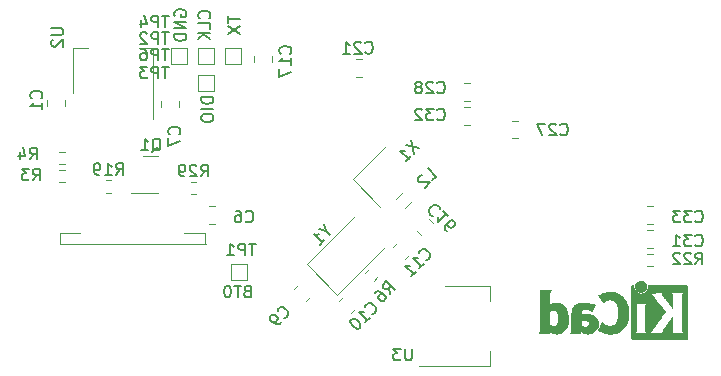
<source format=gbr>
%TF.GenerationSoftware,KiCad,Pcbnew,(6.0.0)*%
%TF.CreationDate,2022-03-10T17:49:05+08:00*%
%TF.ProjectId,st_usbAudioV1_demo,73745f75-7362-4417-9564-696f56315f64,rev?*%
%TF.SameCoordinates,Original*%
%TF.FileFunction,Legend,Bot*%
%TF.FilePolarity,Positive*%
%FSLAX46Y46*%
G04 Gerber Fmt 4.6, Leading zero omitted, Abs format (unit mm)*
G04 Created by KiCad (PCBNEW (6.0.0)) date 2022-03-10 17:49:05*
%MOMM*%
%LPD*%
G01*
G04 APERTURE LIST*
%ADD10C,0.150000*%
%ADD11C,0.010000*%
%ADD12C,0.120000*%
G04 APERTURE END LIST*
D10*
X143279714Y-81970571D02*
X143136857Y-82018190D01*
X143089238Y-82065809D01*
X143041619Y-82161047D01*
X143041619Y-82303904D01*
X143089238Y-82399142D01*
X143136857Y-82446761D01*
X143232095Y-82494380D01*
X143613047Y-82494380D01*
X143613047Y-81494380D01*
X143279714Y-81494380D01*
X143184476Y-81542000D01*
X143136857Y-81589619D01*
X143089238Y-81684857D01*
X143089238Y-81780095D01*
X143136857Y-81875333D01*
X143184476Y-81922952D01*
X143279714Y-81970571D01*
X143613047Y-81970571D01*
X142755904Y-81494380D02*
X142184476Y-81494380D01*
X142470190Y-82494380D02*
X142470190Y-81494380D01*
X141660666Y-81494380D02*
X141565428Y-81494380D01*
X141470190Y-81542000D01*
X141422571Y-81589619D01*
X141374952Y-81684857D01*
X141327333Y-81875333D01*
X141327333Y-82113428D01*
X141374952Y-82303904D01*
X141422571Y-82399142D01*
X141470190Y-82446761D01*
X141565428Y-82494380D01*
X141660666Y-82494380D01*
X141755904Y-82446761D01*
X141803523Y-82399142D01*
X141851142Y-82303904D01*
X141898761Y-82113428D01*
X141898761Y-81875333D01*
X141851142Y-81684857D01*
X141803523Y-81589619D01*
X141755904Y-81542000D01*
X141660666Y-81494380D01*
X140406380Y-65524190D02*
X139406380Y-65524190D01*
X139406380Y-65762285D01*
X139454000Y-65905142D01*
X139549238Y-66000380D01*
X139644476Y-66048000D01*
X139834952Y-66095619D01*
X139977809Y-66095619D01*
X140168285Y-66048000D01*
X140263523Y-66000380D01*
X140358761Y-65905142D01*
X140406380Y-65762285D01*
X140406380Y-65524190D01*
X140406380Y-66524190D02*
X139406380Y-66524190D01*
X139406380Y-67190857D02*
X139406380Y-67381333D01*
X139454000Y-67476571D01*
X139549238Y-67571809D01*
X139739714Y-67619428D01*
X140073047Y-67619428D01*
X140263523Y-67571809D01*
X140358761Y-67476571D01*
X140406380Y-67381333D01*
X140406380Y-67190857D01*
X140358761Y-67095619D01*
X140263523Y-67000380D01*
X140073047Y-66952761D01*
X139739714Y-66952761D01*
X139549238Y-67000380D01*
X139454000Y-67095619D01*
X139406380Y-67190857D01*
X141692380Y-58674095D02*
X141692380Y-59245523D01*
X142692380Y-58959809D02*
X141692380Y-58959809D01*
X141692380Y-59483619D02*
X142692380Y-60150285D01*
X141692380Y-60150285D02*
X142692380Y-59483619D01*
X140057142Y-58840761D02*
X140104761Y-58793142D01*
X140152380Y-58650285D01*
X140152380Y-58555047D01*
X140104761Y-58412190D01*
X140009523Y-58316952D01*
X139914285Y-58269333D01*
X139723809Y-58221714D01*
X139580952Y-58221714D01*
X139390476Y-58269333D01*
X139295238Y-58316952D01*
X139200000Y-58412190D01*
X139152380Y-58555047D01*
X139152380Y-58650285D01*
X139200000Y-58793142D01*
X139247619Y-58840761D01*
X140152380Y-59745523D02*
X140152380Y-59269333D01*
X139152380Y-59269333D01*
X140152380Y-60078857D02*
X139152380Y-60078857D01*
X140152380Y-60650285D02*
X139580952Y-60221714D01*
X139152380Y-60650285D02*
X139723809Y-60078857D01*
X137168000Y-58674095D02*
X137120380Y-58578857D01*
X137120380Y-58436000D01*
X137168000Y-58293142D01*
X137263238Y-58197904D01*
X137358476Y-58150285D01*
X137548952Y-58102666D01*
X137691809Y-58102666D01*
X137882285Y-58150285D01*
X137977523Y-58197904D01*
X138072761Y-58293142D01*
X138120380Y-58436000D01*
X138120380Y-58531238D01*
X138072761Y-58674095D01*
X138025142Y-58721714D01*
X137691809Y-58721714D01*
X137691809Y-58531238D01*
X138120380Y-59150285D02*
X137120380Y-59150285D01*
X138120380Y-59721714D01*
X137120380Y-59721714D01*
X138120380Y-60197904D02*
X137120380Y-60197904D01*
X137120380Y-60436000D01*
X137168000Y-60578857D01*
X137263238Y-60674095D01*
X137358476Y-60721714D01*
X137548952Y-60769333D01*
X137691809Y-60769333D01*
X137882285Y-60721714D01*
X137977523Y-60674095D01*
X138072761Y-60578857D01*
X138120380Y-60436000D01*
X138120380Y-60197904D01*
%TO.C,C10*%
X153869106Y-83871969D02*
X153936450Y-83871969D01*
X154071137Y-83804625D01*
X154138480Y-83737282D01*
X154205824Y-83602595D01*
X154205824Y-83467908D01*
X154172152Y-83366893D01*
X154071137Y-83198534D01*
X153970122Y-83097519D01*
X153801763Y-82996503D01*
X153700748Y-82962832D01*
X153566061Y-82962832D01*
X153431374Y-83030175D01*
X153364030Y-83097519D01*
X153296687Y-83232206D01*
X153296687Y-83299549D01*
X153263015Y-84612748D02*
X153667076Y-84208687D01*
X153465045Y-84410717D02*
X152757938Y-83703610D01*
X152926297Y-83737282D01*
X153060984Y-83737282D01*
X153162000Y-83703610D01*
X152118175Y-84343374D02*
X152050832Y-84410717D01*
X152017160Y-84511732D01*
X152017160Y-84579076D01*
X152050832Y-84680091D01*
X152151847Y-84848450D01*
X152320206Y-85016809D01*
X152488564Y-85117824D01*
X152589580Y-85151496D01*
X152656923Y-85151496D01*
X152757938Y-85117824D01*
X152825282Y-85050480D01*
X152858954Y-84949465D01*
X152858954Y-84882122D01*
X152825282Y-84781106D01*
X152724267Y-84612748D01*
X152555908Y-84444389D01*
X152387549Y-84343374D01*
X152286534Y-84309702D01*
X152219190Y-84309702D01*
X152118175Y-84343374D01*
%TO.C,C9*%
X146420389Y-84208687D02*
X146487732Y-84208687D01*
X146622419Y-84141343D01*
X146689763Y-84074000D01*
X146757106Y-83939312D01*
X146757106Y-83804625D01*
X146723435Y-83703610D01*
X146622419Y-83535251D01*
X146521404Y-83434236D01*
X146353045Y-83333221D01*
X146252030Y-83299549D01*
X146117343Y-83299549D01*
X145982656Y-83366893D01*
X145915312Y-83434236D01*
X145847969Y-83568923D01*
X145847969Y-83636267D01*
X146151015Y-84612748D02*
X146016328Y-84747435D01*
X145915312Y-84781106D01*
X145847969Y-84781106D01*
X145679610Y-84747435D01*
X145511251Y-84646419D01*
X145241877Y-84377045D01*
X145208206Y-84276030D01*
X145208206Y-84208687D01*
X145241877Y-84107671D01*
X145376564Y-83972984D01*
X145477580Y-83939312D01*
X145544923Y-83939312D01*
X145645938Y-83972984D01*
X145814297Y-84141343D01*
X145847969Y-84242358D01*
X145847969Y-84309702D01*
X145814297Y-84410717D01*
X145679610Y-84545404D01*
X145578595Y-84579076D01*
X145511251Y-84579076D01*
X145410236Y-84545404D01*
%TO.C,Q1*%
X135223238Y-70143619D02*
X135318476Y-70096000D01*
X135413714Y-70000761D01*
X135556571Y-69857904D01*
X135651809Y-69810285D01*
X135747047Y-69810285D01*
X135699428Y-70048380D02*
X135794666Y-70000761D01*
X135889904Y-69905523D01*
X135937523Y-69715047D01*
X135937523Y-69381714D01*
X135889904Y-69191238D01*
X135794666Y-69096000D01*
X135699428Y-69048380D01*
X135508952Y-69048380D01*
X135413714Y-69096000D01*
X135318476Y-69191238D01*
X135270857Y-69381714D01*
X135270857Y-69715047D01*
X135318476Y-69905523D01*
X135413714Y-70000761D01*
X135508952Y-70048380D01*
X135699428Y-70048380D01*
X134318476Y-70048380D02*
X134889904Y-70048380D01*
X134604190Y-70048380D02*
X134604190Y-69048380D01*
X134699428Y-69191238D01*
X134794666Y-69286476D01*
X134889904Y-69334095D01*
%TO.C,C16*%
X159563969Y-74984893D02*
X159563969Y-74917549D01*
X159496625Y-74782862D01*
X159429282Y-74715519D01*
X159294595Y-74648175D01*
X159159908Y-74648175D01*
X159058893Y-74681847D01*
X158890534Y-74782862D01*
X158789519Y-74883877D01*
X158688503Y-75052236D01*
X158654832Y-75153251D01*
X158654832Y-75287938D01*
X158722175Y-75422625D01*
X158789519Y-75489969D01*
X158924206Y-75557312D01*
X158991549Y-75557312D01*
X160304748Y-75590984D02*
X159900687Y-75186923D01*
X160102717Y-75388954D02*
X159395610Y-76096061D01*
X159429282Y-75927702D01*
X159429282Y-75793015D01*
X159395610Y-75692000D01*
X160203732Y-76904183D02*
X160069045Y-76769496D01*
X160035374Y-76668480D01*
X160035374Y-76601137D01*
X160069045Y-76432778D01*
X160170061Y-76264419D01*
X160439435Y-75995045D01*
X160540450Y-75961374D01*
X160607793Y-75961374D01*
X160708809Y-75995045D01*
X160843496Y-76129732D01*
X160877167Y-76230748D01*
X160877167Y-76298091D01*
X160843496Y-76399106D01*
X160675137Y-76567465D01*
X160574122Y-76601137D01*
X160506778Y-76601137D01*
X160405763Y-76567465D01*
X160271076Y-76432778D01*
X160237404Y-76331763D01*
X160237404Y-76264419D01*
X160271076Y-76163404D01*
%TO.C,C1*%
X125833142Y-65619333D02*
X125880761Y-65571714D01*
X125928380Y-65428857D01*
X125928380Y-65333619D01*
X125880761Y-65190761D01*
X125785523Y-65095523D01*
X125690285Y-65047904D01*
X125499809Y-65000285D01*
X125356952Y-65000285D01*
X125166476Y-65047904D01*
X125071238Y-65095523D01*
X124976000Y-65190761D01*
X124928380Y-65333619D01*
X124928380Y-65428857D01*
X124976000Y-65571714D01*
X125023619Y-65619333D01*
X125928380Y-66571714D02*
X125928380Y-66000285D01*
X125928380Y-66286000D02*
X124928380Y-66286000D01*
X125071238Y-66190761D01*
X125166476Y-66095523D01*
X125214095Y-66000285D01*
%TO.C,C31*%
X181236857Y-78081142D02*
X181284476Y-78128761D01*
X181427333Y-78176380D01*
X181522571Y-78176380D01*
X181665428Y-78128761D01*
X181760666Y-78033523D01*
X181808285Y-77938285D01*
X181855904Y-77747809D01*
X181855904Y-77604952D01*
X181808285Y-77414476D01*
X181760666Y-77319238D01*
X181665428Y-77224000D01*
X181522571Y-77176380D01*
X181427333Y-77176380D01*
X181284476Y-77224000D01*
X181236857Y-77271619D01*
X180903523Y-77176380D02*
X180284476Y-77176380D01*
X180617809Y-77557333D01*
X180474952Y-77557333D01*
X180379714Y-77604952D01*
X180332095Y-77652571D01*
X180284476Y-77747809D01*
X180284476Y-77985904D01*
X180332095Y-78081142D01*
X180379714Y-78128761D01*
X180474952Y-78176380D01*
X180760666Y-78176380D01*
X180855904Y-78128761D01*
X180903523Y-78081142D01*
X179332095Y-78176380D02*
X179903523Y-78176380D01*
X179617809Y-78176380D02*
X179617809Y-77176380D01*
X179713047Y-77319238D01*
X179808285Y-77414476D01*
X179903523Y-77462095D01*
%TO.C,TP2*%
X136643904Y-60060380D02*
X136072476Y-60060380D01*
X136358190Y-61060380D02*
X136358190Y-60060380D01*
X135739142Y-61060380D02*
X135739142Y-60060380D01*
X135358190Y-60060380D01*
X135262952Y-60108000D01*
X135215333Y-60155619D01*
X135167714Y-60250857D01*
X135167714Y-60393714D01*
X135215333Y-60488952D01*
X135262952Y-60536571D01*
X135358190Y-60584190D01*
X135739142Y-60584190D01*
X134786761Y-60155619D02*
X134739142Y-60108000D01*
X134643904Y-60060380D01*
X134405809Y-60060380D01*
X134310571Y-60108000D01*
X134262952Y-60155619D01*
X134215333Y-60250857D01*
X134215333Y-60346095D01*
X134262952Y-60488952D01*
X134834380Y-61060380D01*
X134215333Y-61060380D01*
%TO.C,C6*%
X143168666Y-76049142D02*
X143216285Y-76096761D01*
X143359142Y-76144380D01*
X143454380Y-76144380D01*
X143597238Y-76096761D01*
X143692476Y-76001523D01*
X143740095Y-75906285D01*
X143787714Y-75715809D01*
X143787714Y-75572952D01*
X143740095Y-75382476D01*
X143692476Y-75287238D01*
X143597238Y-75192000D01*
X143454380Y-75144380D01*
X143359142Y-75144380D01*
X143216285Y-75192000D01*
X143168666Y-75239619D01*
X142311523Y-75144380D02*
X142502000Y-75144380D01*
X142597238Y-75192000D01*
X142644857Y-75239619D01*
X142740095Y-75382476D01*
X142787714Y-75572952D01*
X142787714Y-75953904D01*
X142740095Y-76049142D01*
X142692476Y-76096761D01*
X142597238Y-76144380D01*
X142406761Y-76144380D01*
X142311523Y-76096761D01*
X142263904Y-76049142D01*
X142216285Y-75953904D01*
X142216285Y-75715809D01*
X142263904Y-75620571D01*
X142311523Y-75572952D01*
X142406761Y-75525333D01*
X142597238Y-75525333D01*
X142692476Y-75572952D01*
X142740095Y-75620571D01*
X142787714Y-75715809D01*
%TO.C,U3*%
X157225904Y-86828380D02*
X157225904Y-87637904D01*
X157178285Y-87733142D01*
X157130666Y-87780761D01*
X157035428Y-87828380D01*
X156844952Y-87828380D01*
X156749714Y-87780761D01*
X156702095Y-87733142D01*
X156654476Y-87637904D01*
X156654476Y-86828380D01*
X156273523Y-86828380D02*
X155654476Y-86828380D01*
X155987809Y-87209333D01*
X155844952Y-87209333D01*
X155749714Y-87256952D01*
X155702095Y-87304571D01*
X155654476Y-87399809D01*
X155654476Y-87637904D01*
X155702095Y-87733142D01*
X155749714Y-87780761D01*
X155844952Y-87828380D01*
X156130666Y-87828380D01*
X156225904Y-87780761D01*
X156273523Y-87733142D01*
%TO.C,TP1*%
X144009904Y-77938380D02*
X143438476Y-77938380D01*
X143724190Y-78938380D02*
X143724190Y-77938380D01*
X143105142Y-78938380D02*
X143105142Y-77938380D01*
X142724190Y-77938380D01*
X142628952Y-77986000D01*
X142581333Y-78033619D01*
X142533714Y-78128857D01*
X142533714Y-78271714D01*
X142581333Y-78366952D01*
X142628952Y-78414571D01*
X142724190Y-78462190D01*
X143105142Y-78462190D01*
X141581333Y-78938380D02*
X142152761Y-78938380D01*
X141867047Y-78938380D02*
X141867047Y-77938380D01*
X141962285Y-78081238D01*
X142057523Y-78176476D01*
X142152761Y-78224095D01*
%TO.C,X1*%
X157157194Y-69144355D02*
X157392896Y-70322866D01*
X156685790Y-69615759D02*
X157864301Y-69851461D01*
X156753133Y-70962629D02*
X157157194Y-70558568D01*
X156955164Y-70760599D02*
X156248057Y-70053492D01*
X156416416Y-70087164D01*
X156551103Y-70087164D01*
X156652118Y-70053492D01*
%TO.C,U2*%
X126706380Y-59690095D02*
X127515904Y-59690095D01*
X127611142Y-59737714D01*
X127658761Y-59785333D01*
X127706380Y-59880571D01*
X127706380Y-60071047D01*
X127658761Y-60166285D01*
X127611142Y-60213904D01*
X127515904Y-60261523D01*
X126706380Y-60261523D01*
X126801619Y-60690095D02*
X126754000Y-60737714D01*
X126706380Y-60832952D01*
X126706380Y-61071047D01*
X126754000Y-61166285D01*
X126801619Y-61213904D01*
X126896857Y-61261523D01*
X126992095Y-61261523D01*
X127134952Y-61213904D01*
X127706380Y-60642476D01*
X127706380Y-61261523D01*
%TO.C,C32*%
X159392857Y-67413142D02*
X159440476Y-67460761D01*
X159583333Y-67508380D01*
X159678571Y-67508380D01*
X159821428Y-67460761D01*
X159916666Y-67365523D01*
X159964285Y-67270285D01*
X160011904Y-67079809D01*
X160011904Y-66936952D01*
X159964285Y-66746476D01*
X159916666Y-66651238D01*
X159821428Y-66556000D01*
X159678571Y-66508380D01*
X159583333Y-66508380D01*
X159440476Y-66556000D01*
X159392857Y-66603619D01*
X159059523Y-66508380D02*
X158440476Y-66508380D01*
X158773809Y-66889333D01*
X158630952Y-66889333D01*
X158535714Y-66936952D01*
X158488095Y-66984571D01*
X158440476Y-67079809D01*
X158440476Y-67317904D01*
X158488095Y-67413142D01*
X158535714Y-67460761D01*
X158630952Y-67508380D01*
X158916666Y-67508380D01*
X159011904Y-67460761D01*
X159059523Y-67413142D01*
X158059523Y-66603619D02*
X158011904Y-66556000D01*
X157916666Y-66508380D01*
X157678571Y-66508380D01*
X157583333Y-66556000D01*
X157535714Y-66603619D01*
X157488095Y-66698857D01*
X157488095Y-66794095D01*
X157535714Y-66936952D01*
X158107142Y-67508380D01*
X157488095Y-67508380D01*
%TO.C,R3*%
X125134666Y-72588380D02*
X125468000Y-72112190D01*
X125706095Y-72588380D02*
X125706095Y-71588380D01*
X125325142Y-71588380D01*
X125229904Y-71636000D01*
X125182285Y-71683619D01*
X125134666Y-71778857D01*
X125134666Y-71921714D01*
X125182285Y-72016952D01*
X125229904Y-72064571D01*
X125325142Y-72112190D01*
X125706095Y-72112190D01*
X124801333Y-71588380D02*
X124182285Y-71588380D01*
X124515619Y-71969333D01*
X124372761Y-71969333D01*
X124277523Y-72016952D01*
X124229904Y-72064571D01*
X124182285Y-72159809D01*
X124182285Y-72397904D01*
X124229904Y-72493142D01*
X124277523Y-72540761D01*
X124372761Y-72588380D01*
X124658476Y-72588380D01*
X124753714Y-72540761D01*
X124801333Y-72493142D01*
%TO.C,C33*%
X181236857Y-76049142D02*
X181284476Y-76096761D01*
X181427333Y-76144380D01*
X181522571Y-76144380D01*
X181665428Y-76096761D01*
X181760666Y-76001523D01*
X181808285Y-75906285D01*
X181855904Y-75715809D01*
X181855904Y-75572952D01*
X181808285Y-75382476D01*
X181760666Y-75287238D01*
X181665428Y-75192000D01*
X181522571Y-75144380D01*
X181427333Y-75144380D01*
X181284476Y-75192000D01*
X181236857Y-75239619D01*
X180903523Y-75144380D02*
X180284476Y-75144380D01*
X180617809Y-75525333D01*
X180474952Y-75525333D01*
X180379714Y-75572952D01*
X180332095Y-75620571D01*
X180284476Y-75715809D01*
X180284476Y-75953904D01*
X180332095Y-76049142D01*
X180379714Y-76096761D01*
X180474952Y-76144380D01*
X180760666Y-76144380D01*
X180855904Y-76096761D01*
X180903523Y-76049142D01*
X179951142Y-75144380D02*
X179332095Y-75144380D01*
X179665428Y-75525333D01*
X179522571Y-75525333D01*
X179427333Y-75572952D01*
X179379714Y-75620571D01*
X179332095Y-75715809D01*
X179332095Y-75953904D01*
X179379714Y-76049142D01*
X179427333Y-76096761D01*
X179522571Y-76144380D01*
X179808285Y-76144380D01*
X179903523Y-76096761D01*
X179951142Y-76049142D01*
%TO.C,Y1*%
X149925881Y-76862446D02*
X150262599Y-77199164D01*
X149791194Y-76256355D02*
X149925881Y-76862446D01*
X149319790Y-76727759D01*
X149420805Y-78040957D02*
X149824866Y-77636896D01*
X149622835Y-77838927D02*
X148915729Y-77131820D01*
X149084087Y-77165492D01*
X149218774Y-77165492D01*
X149319790Y-77131820D01*
%TO.C,R22*%
X181236857Y-79700380D02*
X181570190Y-79224190D01*
X181808285Y-79700380D02*
X181808285Y-78700380D01*
X181427333Y-78700380D01*
X181332095Y-78748000D01*
X181284476Y-78795619D01*
X181236857Y-78890857D01*
X181236857Y-79033714D01*
X181284476Y-79128952D01*
X181332095Y-79176571D01*
X181427333Y-79224190D01*
X181808285Y-79224190D01*
X180855904Y-78795619D02*
X180808285Y-78748000D01*
X180713047Y-78700380D01*
X180474952Y-78700380D01*
X180379714Y-78748000D01*
X180332095Y-78795619D01*
X180284476Y-78890857D01*
X180284476Y-78986095D01*
X180332095Y-79128952D01*
X180903523Y-79700380D01*
X180284476Y-79700380D01*
X179903523Y-78795619D02*
X179855904Y-78748000D01*
X179760666Y-78700380D01*
X179522571Y-78700380D01*
X179427333Y-78748000D01*
X179379714Y-78795619D01*
X179332095Y-78890857D01*
X179332095Y-78986095D01*
X179379714Y-79128952D01*
X179951142Y-79700380D01*
X179332095Y-79700380D01*
%TO.C,C27*%
X169806857Y-68683142D02*
X169854476Y-68730761D01*
X169997333Y-68778380D01*
X170092571Y-68778380D01*
X170235428Y-68730761D01*
X170330666Y-68635523D01*
X170378285Y-68540285D01*
X170425904Y-68349809D01*
X170425904Y-68206952D01*
X170378285Y-68016476D01*
X170330666Y-67921238D01*
X170235428Y-67826000D01*
X170092571Y-67778380D01*
X169997333Y-67778380D01*
X169854476Y-67826000D01*
X169806857Y-67873619D01*
X169425904Y-67873619D02*
X169378285Y-67826000D01*
X169283047Y-67778380D01*
X169044952Y-67778380D01*
X168949714Y-67826000D01*
X168902095Y-67873619D01*
X168854476Y-67968857D01*
X168854476Y-68064095D01*
X168902095Y-68206952D01*
X169473523Y-68778380D01*
X168854476Y-68778380D01*
X168521142Y-67778380D02*
X167854476Y-67778380D01*
X168283047Y-68778380D01*
%TO.C,TP3*%
X136643904Y-62952380D02*
X136072476Y-62952380D01*
X136358190Y-63952380D02*
X136358190Y-62952380D01*
X135739142Y-63952380D02*
X135739142Y-62952380D01*
X135358190Y-62952380D01*
X135262952Y-63000000D01*
X135215333Y-63047619D01*
X135167714Y-63142857D01*
X135167714Y-63285714D01*
X135215333Y-63380952D01*
X135262952Y-63428571D01*
X135358190Y-63476190D01*
X135739142Y-63476190D01*
X134834380Y-62952380D02*
X134215333Y-62952380D01*
X134548666Y-63333333D01*
X134405809Y-63333333D01*
X134310571Y-63380952D01*
X134262952Y-63428571D01*
X134215333Y-63523809D01*
X134215333Y-63761904D01*
X134262952Y-63857142D01*
X134310571Y-63904761D01*
X134405809Y-63952380D01*
X134691523Y-63952380D01*
X134786761Y-63904761D01*
X134834380Y-63857142D01*
%TO.C,TP6*%
X136643904Y-61428380D02*
X136072476Y-61428380D01*
X136358190Y-62428380D02*
X136358190Y-61428380D01*
X135739142Y-62428380D02*
X135739142Y-61428380D01*
X135358190Y-61428380D01*
X135262952Y-61476000D01*
X135215333Y-61523619D01*
X135167714Y-61618857D01*
X135167714Y-61761714D01*
X135215333Y-61856952D01*
X135262952Y-61904571D01*
X135358190Y-61952190D01*
X135739142Y-61952190D01*
X134310571Y-61428380D02*
X134501047Y-61428380D01*
X134596285Y-61476000D01*
X134643904Y-61523619D01*
X134739142Y-61666476D01*
X134786761Y-61856952D01*
X134786761Y-62237904D01*
X134739142Y-62333142D01*
X134691523Y-62380761D01*
X134596285Y-62428380D01*
X134405809Y-62428380D01*
X134310571Y-62380761D01*
X134262952Y-62333142D01*
X134215333Y-62237904D01*
X134215333Y-61999809D01*
X134262952Y-61904571D01*
X134310571Y-61856952D01*
X134405809Y-61809333D01*
X134596285Y-61809333D01*
X134691523Y-61856952D01*
X134739142Y-61904571D01*
X134786761Y-61999809D01*
%TO.C,C28*%
X159392857Y-65127142D02*
X159440476Y-65174761D01*
X159583333Y-65222380D01*
X159678571Y-65222380D01*
X159821428Y-65174761D01*
X159916666Y-65079523D01*
X159964285Y-64984285D01*
X160011904Y-64793809D01*
X160011904Y-64650952D01*
X159964285Y-64460476D01*
X159916666Y-64365238D01*
X159821428Y-64270000D01*
X159678571Y-64222380D01*
X159583333Y-64222380D01*
X159440476Y-64270000D01*
X159392857Y-64317619D01*
X159011904Y-64317619D02*
X158964285Y-64270000D01*
X158869047Y-64222380D01*
X158630952Y-64222380D01*
X158535714Y-64270000D01*
X158488095Y-64317619D01*
X158440476Y-64412857D01*
X158440476Y-64508095D01*
X158488095Y-64650952D01*
X159059523Y-65222380D01*
X158440476Y-65222380D01*
X157869047Y-64650952D02*
X157964285Y-64603333D01*
X158011904Y-64555714D01*
X158059523Y-64460476D01*
X158059523Y-64412857D01*
X158011904Y-64317619D01*
X157964285Y-64270000D01*
X157869047Y-64222380D01*
X157678571Y-64222380D01*
X157583333Y-64270000D01*
X157535714Y-64317619D01*
X157488095Y-64412857D01*
X157488095Y-64460476D01*
X157535714Y-64555714D01*
X157583333Y-64603333D01*
X157678571Y-64650952D01*
X157869047Y-64650952D01*
X157964285Y-64698571D01*
X158011904Y-64746190D01*
X158059523Y-64841428D01*
X158059523Y-65031904D01*
X158011904Y-65127142D01*
X157964285Y-65174761D01*
X157869047Y-65222380D01*
X157678571Y-65222380D01*
X157583333Y-65174761D01*
X157535714Y-65127142D01*
X157488095Y-65031904D01*
X157488095Y-64841428D01*
X157535714Y-64746190D01*
X157583333Y-64698571D01*
X157678571Y-64650952D01*
%TO.C,R29*%
X139369857Y-72254380D02*
X139703190Y-71778190D01*
X139941285Y-72254380D02*
X139941285Y-71254380D01*
X139560333Y-71254380D01*
X139465095Y-71302000D01*
X139417476Y-71349619D01*
X139369857Y-71444857D01*
X139369857Y-71587714D01*
X139417476Y-71682952D01*
X139465095Y-71730571D01*
X139560333Y-71778190D01*
X139941285Y-71778190D01*
X138988904Y-71349619D02*
X138941285Y-71302000D01*
X138846047Y-71254380D01*
X138607952Y-71254380D01*
X138512714Y-71302000D01*
X138465095Y-71349619D01*
X138417476Y-71444857D01*
X138417476Y-71540095D01*
X138465095Y-71682952D01*
X139036523Y-72254380D01*
X138417476Y-72254380D01*
X137941285Y-72254380D02*
X137750809Y-72254380D01*
X137655571Y-72206761D01*
X137607952Y-72159142D01*
X137512714Y-72016285D01*
X137465095Y-71825809D01*
X137465095Y-71444857D01*
X137512714Y-71349619D01*
X137560333Y-71302000D01*
X137655571Y-71254380D01*
X137846047Y-71254380D01*
X137941285Y-71302000D01*
X137988904Y-71349619D01*
X138036523Y-71444857D01*
X138036523Y-71682952D01*
X137988904Y-71778190D01*
X137941285Y-71825809D01*
X137846047Y-71873428D01*
X137655571Y-71873428D01*
X137560333Y-71825809D01*
X137512714Y-71778190D01*
X137465095Y-71682952D01*
%TO.C,C21*%
X153296857Y-61749142D02*
X153344476Y-61796761D01*
X153487333Y-61844380D01*
X153582571Y-61844380D01*
X153725428Y-61796761D01*
X153820666Y-61701523D01*
X153868285Y-61606285D01*
X153915904Y-61415809D01*
X153915904Y-61272952D01*
X153868285Y-61082476D01*
X153820666Y-60987238D01*
X153725428Y-60892000D01*
X153582571Y-60844380D01*
X153487333Y-60844380D01*
X153344476Y-60892000D01*
X153296857Y-60939619D01*
X152915904Y-60939619D02*
X152868285Y-60892000D01*
X152773047Y-60844380D01*
X152534952Y-60844380D01*
X152439714Y-60892000D01*
X152392095Y-60939619D01*
X152344476Y-61034857D01*
X152344476Y-61130095D01*
X152392095Y-61272952D01*
X152963523Y-61844380D01*
X152344476Y-61844380D01*
X151392095Y-61844380D02*
X151963523Y-61844380D01*
X151677809Y-61844380D02*
X151677809Y-60844380D01*
X151773047Y-60987238D01*
X151868285Y-61082476D01*
X151963523Y-61130095D01*
%TO.C,R6*%
X155377732Y-82244030D02*
X155276717Y-81671610D01*
X155781793Y-81839969D02*
X155074687Y-81132862D01*
X154805312Y-81402236D01*
X154771641Y-81503251D01*
X154771641Y-81570595D01*
X154805312Y-81671610D01*
X154906328Y-81772625D01*
X155007343Y-81806297D01*
X155074687Y-81806297D01*
X155175702Y-81772625D01*
X155445076Y-81503251D01*
X154064534Y-82143015D02*
X154199221Y-82008328D01*
X154300236Y-81974656D01*
X154367580Y-81974656D01*
X154535938Y-82008328D01*
X154704297Y-82109343D01*
X154973671Y-82378717D01*
X155007343Y-82479732D01*
X155007343Y-82547076D01*
X154973671Y-82648091D01*
X154838984Y-82782778D01*
X154737969Y-82816450D01*
X154670625Y-82816450D01*
X154569610Y-82782778D01*
X154401251Y-82614419D01*
X154367580Y-82513404D01*
X154367580Y-82446061D01*
X154401251Y-82345045D01*
X154535938Y-82210358D01*
X154636954Y-82176687D01*
X154704297Y-82176687D01*
X154805312Y-82210358D01*
%TO.C,L2*%
X158933732Y-72592030D02*
X159270450Y-72255312D01*
X158563343Y-71548206D01*
X158091938Y-72154297D02*
X158024595Y-72154297D01*
X157923580Y-72187969D01*
X157755221Y-72356328D01*
X157721549Y-72457343D01*
X157721549Y-72524687D01*
X157755221Y-72625702D01*
X157822564Y-72693045D01*
X157957251Y-72760389D01*
X158765374Y-72760389D01*
X158327641Y-73198122D01*
%TO.C,R19*%
X132193857Y-72127380D02*
X132527190Y-71651190D01*
X132765285Y-72127380D02*
X132765285Y-71127380D01*
X132384333Y-71127380D01*
X132289095Y-71175000D01*
X132241476Y-71222619D01*
X132193857Y-71317857D01*
X132193857Y-71460714D01*
X132241476Y-71555952D01*
X132289095Y-71603571D01*
X132384333Y-71651190D01*
X132765285Y-71651190D01*
X131241476Y-72127380D02*
X131812904Y-72127380D01*
X131527190Y-72127380D02*
X131527190Y-71127380D01*
X131622428Y-71270238D01*
X131717666Y-71365476D01*
X131812904Y-71413095D01*
X130765285Y-72127380D02*
X130574809Y-72127380D01*
X130479571Y-72079761D01*
X130431952Y-72032142D01*
X130336714Y-71889285D01*
X130289095Y-71698809D01*
X130289095Y-71317857D01*
X130336714Y-71222619D01*
X130384333Y-71175000D01*
X130479571Y-71127380D01*
X130670047Y-71127380D01*
X130765285Y-71175000D01*
X130812904Y-71222619D01*
X130860523Y-71317857D01*
X130860523Y-71555952D01*
X130812904Y-71651190D01*
X130765285Y-71698809D01*
X130670047Y-71746428D01*
X130479571Y-71746428D01*
X130384333Y-71698809D01*
X130336714Y-71651190D01*
X130289095Y-71555952D01*
%TO.C,C7*%
X137517142Y-68667333D02*
X137564761Y-68619714D01*
X137612380Y-68476857D01*
X137612380Y-68381619D01*
X137564761Y-68238761D01*
X137469523Y-68143523D01*
X137374285Y-68095904D01*
X137183809Y-68048285D01*
X137040952Y-68048285D01*
X136850476Y-68095904D01*
X136755238Y-68143523D01*
X136660000Y-68238761D01*
X136612380Y-68381619D01*
X136612380Y-68476857D01*
X136660000Y-68619714D01*
X136707619Y-68667333D01*
X136612380Y-69000666D02*
X136612380Y-69667333D01*
X137612380Y-69238761D01*
%TO.C,R4*%
X124880666Y-70810380D02*
X125214000Y-70334190D01*
X125452095Y-70810380D02*
X125452095Y-69810380D01*
X125071142Y-69810380D01*
X124975904Y-69858000D01*
X124928285Y-69905619D01*
X124880666Y-70000857D01*
X124880666Y-70143714D01*
X124928285Y-70238952D01*
X124975904Y-70286571D01*
X125071142Y-70334190D01*
X125452095Y-70334190D01*
X124023523Y-70143714D02*
X124023523Y-70810380D01*
X124261619Y-69762761D02*
X124499714Y-70477047D01*
X123880666Y-70477047D01*
%TO.C,C11*%
X158441106Y-79299969D02*
X158508450Y-79299969D01*
X158643137Y-79232625D01*
X158710480Y-79165282D01*
X158777824Y-79030595D01*
X158777824Y-78895908D01*
X158744152Y-78794893D01*
X158643137Y-78626534D01*
X158542122Y-78525519D01*
X158373763Y-78424503D01*
X158272748Y-78390832D01*
X158138061Y-78390832D01*
X158003374Y-78458175D01*
X157936030Y-78525519D01*
X157868687Y-78660206D01*
X157868687Y-78727549D01*
X157835015Y-80040748D02*
X158239076Y-79636687D01*
X158037045Y-79838717D02*
X157329938Y-79131610D01*
X157498297Y-79165282D01*
X157632984Y-79165282D01*
X157734000Y-79131610D01*
X157161580Y-80714183D02*
X157565641Y-80310122D01*
X157363610Y-80512152D02*
X156656503Y-79805045D01*
X156824862Y-79838717D01*
X156959549Y-79838717D01*
X157060564Y-79805045D01*
%TO.C,TP4*%
X136643904Y-58634380D02*
X136072476Y-58634380D01*
X136358190Y-59634380D02*
X136358190Y-58634380D01*
X135739142Y-59634380D02*
X135739142Y-58634380D01*
X135358190Y-58634380D01*
X135262952Y-58682000D01*
X135215333Y-58729619D01*
X135167714Y-58824857D01*
X135167714Y-58967714D01*
X135215333Y-59062952D01*
X135262952Y-59110571D01*
X135358190Y-59158190D01*
X135739142Y-59158190D01*
X134310571Y-58967714D02*
X134310571Y-59634380D01*
X134548666Y-58586761D02*
X134786761Y-59301047D01*
X134167714Y-59301047D01*
%TO.C,C17*%
X146915142Y-61841142D02*
X146962761Y-61793523D01*
X147010380Y-61650666D01*
X147010380Y-61555428D01*
X146962761Y-61412571D01*
X146867523Y-61317333D01*
X146772285Y-61269714D01*
X146581809Y-61222095D01*
X146438952Y-61222095D01*
X146248476Y-61269714D01*
X146153238Y-61317333D01*
X146058000Y-61412571D01*
X146010380Y-61555428D01*
X146010380Y-61650666D01*
X146058000Y-61793523D01*
X146105619Y-61841142D01*
X147010380Y-62793523D02*
X147010380Y-62222095D01*
X147010380Y-62507809D02*
X146010380Y-62507809D01*
X146153238Y-62412571D01*
X146248476Y-62317333D01*
X146296095Y-62222095D01*
X146010380Y-63126857D02*
X146010380Y-63793523D01*
X147010380Y-63364952D01*
D11*
%TO.C,REF\u002A\u002A*%
X177190400Y-81563054D02*
X177179535Y-81676993D01*
X177179535Y-81676993D02*
X177147918Y-81784616D01*
X177147918Y-81784616D02*
X177097015Y-81883615D01*
X177097015Y-81883615D02*
X177028293Y-81971684D01*
X177028293Y-81971684D02*
X176943219Y-82046516D01*
X176943219Y-82046516D02*
X176846232Y-82104384D01*
X176846232Y-82104384D02*
X176739964Y-82144005D01*
X176739964Y-82144005D02*
X176632950Y-82162573D01*
X176632950Y-82162573D02*
X176527300Y-82161434D01*
X176527300Y-82161434D02*
X176425125Y-82141930D01*
X176425125Y-82141930D02*
X176328534Y-82105406D01*
X176328534Y-82105406D02*
X176239638Y-82053205D01*
X176239638Y-82053205D02*
X176160546Y-81986673D01*
X176160546Y-81986673D02*
X176093369Y-81907152D01*
X176093369Y-81907152D02*
X176040217Y-81815987D01*
X176040217Y-81815987D02*
X176003199Y-81714523D01*
X176003199Y-81714523D02*
X175984427Y-81604102D01*
X175984427Y-81604102D02*
X175982489Y-81554206D01*
X175982489Y-81554206D02*
X175982489Y-81466267D01*
X175982489Y-81466267D02*
X175930560Y-81466267D01*
X175930560Y-81466267D02*
X175894253Y-81469111D01*
X175894253Y-81469111D02*
X175867355Y-81480911D01*
X175867355Y-81480911D02*
X175840249Y-81504649D01*
X175840249Y-81504649D02*
X175801867Y-81543031D01*
X175801867Y-81543031D02*
X175801867Y-83734602D01*
X175801867Y-83734602D02*
X175801876Y-83996739D01*
X175801876Y-83996739D02*
X175801908Y-84237241D01*
X175801908Y-84237241D02*
X175801972Y-84457048D01*
X175801972Y-84457048D02*
X175802076Y-84657101D01*
X175802076Y-84657101D02*
X175802227Y-84838344D01*
X175802227Y-84838344D02*
X175802434Y-85001716D01*
X175802434Y-85001716D02*
X175802706Y-85148160D01*
X175802706Y-85148160D02*
X175803050Y-85278617D01*
X175803050Y-85278617D02*
X175803474Y-85394029D01*
X175803474Y-85394029D02*
X175803987Y-85495338D01*
X175803987Y-85495338D02*
X175804597Y-85583484D01*
X175804597Y-85583484D02*
X175805312Y-85659410D01*
X175805312Y-85659410D02*
X175806140Y-85724057D01*
X175806140Y-85724057D02*
X175807089Y-85778367D01*
X175807089Y-85778367D02*
X175808167Y-85823280D01*
X175808167Y-85823280D02*
X175809383Y-85859740D01*
X175809383Y-85859740D02*
X175810745Y-85888687D01*
X175810745Y-85888687D02*
X175812261Y-85911063D01*
X175812261Y-85911063D02*
X175813938Y-85927809D01*
X175813938Y-85927809D02*
X175815786Y-85939868D01*
X175815786Y-85939868D02*
X175817813Y-85948180D01*
X175817813Y-85948180D02*
X175820025Y-85953687D01*
X175820025Y-85953687D02*
X175821108Y-85955537D01*
X175821108Y-85955537D02*
X175825271Y-85962549D01*
X175825271Y-85962549D02*
X175828805Y-85968996D01*
X175828805Y-85968996D02*
X175832635Y-85974900D01*
X175832635Y-85974900D02*
X175837682Y-85980286D01*
X175837682Y-85980286D02*
X175844871Y-85985178D01*
X175844871Y-85985178D02*
X175855123Y-85989598D01*
X175855123Y-85989598D02*
X175869364Y-85993572D01*
X175869364Y-85993572D02*
X175888514Y-85997121D01*
X175888514Y-85997121D02*
X175913499Y-86000270D01*
X175913499Y-86000270D02*
X175945240Y-86003042D01*
X175945240Y-86003042D02*
X175984662Y-86005461D01*
X175984662Y-86005461D02*
X176032686Y-86007551D01*
X176032686Y-86007551D02*
X176090237Y-86009335D01*
X176090237Y-86009335D02*
X176158237Y-86010837D01*
X176158237Y-86010837D02*
X176237610Y-86012080D01*
X176237610Y-86012080D02*
X176329279Y-86013089D01*
X176329279Y-86013089D02*
X176434166Y-86013885D01*
X176434166Y-86013885D02*
X176553196Y-86014494D01*
X176553196Y-86014494D02*
X176687290Y-86014939D01*
X176687290Y-86014939D02*
X176837373Y-86015243D01*
X176837373Y-86015243D02*
X177004367Y-86015430D01*
X177004367Y-86015430D02*
X177189196Y-86015524D01*
X177189196Y-86015524D02*
X177392783Y-86015548D01*
X177392783Y-86015548D02*
X177616050Y-86015525D01*
X177616050Y-86015525D02*
X177859922Y-86015480D01*
X177859922Y-86015480D02*
X178125321Y-86015437D01*
X178125321Y-86015437D02*
X178163704Y-86015432D01*
X178163704Y-86015432D02*
X178430682Y-86015389D01*
X178430682Y-86015389D02*
X178676002Y-86015318D01*
X178676002Y-86015318D02*
X178900583Y-86015213D01*
X178900583Y-86015213D02*
X179105345Y-86015066D01*
X179105345Y-86015066D02*
X179291206Y-86014869D01*
X179291206Y-86014869D02*
X179459088Y-86014616D01*
X179459088Y-86014616D02*
X179609908Y-86014300D01*
X179609908Y-86014300D02*
X179744587Y-86013913D01*
X179744587Y-86013913D02*
X179864044Y-86013447D01*
X179864044Y-86013447D02*
X179969199Y-86012897D01*
X179969199Y-86012897D02*
X180060971Y-86012253D01*
X180060971Y-86012253D02*
X180140279Y-86011511D01*
X180140279Y-86011511D02*
X180208043Y-86010661D01*
X180208043Y-86010661D02*
X180265182Y-86009697D01*
X180265182Y-86009697D02*
X180312617Y-86008611D01*
X180312617Y-86008611D02*
X180351266Y-86007397D01*
X180351266Y-86007397D02*
X180382049Y-86006047D01*
X180382049Y-86006047D02*
X180405885Y-86004555D01*
X180405885Y-86004555D02*
X180423694Y-86002911D01*
X180423694Y-86002911D02*
X180436395Y-86001111D01*
X180436395Y-86001111D02*
X180444908Y-85999145D01*
X180444908Y-85999145D02*
X180449266Y-85997477D01*
X180449266Y-85997477D02*
X180457728Y-85993906D01*
X180457728Y-85993906D02*
X180465497Y-85991270D01*
X180465497Y-85991270D02*
X180472602Y-85988634D01*
X180472602Y-85988634D02*
X180479073Y-85985062D01*
X180479073Y-85985062D02*
X180484939Y-85979621D01*
X180484939Y-85979621D02*
X180490229Y-85971375D01*
X180490229Y-85971375D02*
X180494974Y-85959390D01*
X180494974Y-85959390D02*
X180499202Y-85942731D01*
X180499202Y-85942731D02*
X180502943Y-85920463D01*
X180502943Y-85920463D02*
X180506227Y-85891652D01*
X180506227Y-85891652D02*
X180509083Y-85855363D01*
X180509083Y-85855363D02*
X180511540Y-85810661D01*
X180511540Y-85810661D02*
X180513629Y-85756611D01*
X180513629Y-85756611D02*
X180515378Y-85692279D01*
X180515378Y-85692279D02*
X180516817Y-85616730D01*
X180516817Y-85616730D02*
X180517976Y-85529030D01*
X180517976Y-85529030D02*
X180518883Y-85428243D01*
X180518883Y-85428243D02*
X180519569Y-85313434D01*
X180519569Y-85313434D02*
X180520063Y-85183670D01*
X180520063Y-85183670D02*
X180520395Y-85038015D01*
X180520395Y-85038015D02*
X180520593Y-84875535D01*
X180520593Y-84875535D02*
X180520687Y-84695295D01*
X180520687Y-84695295D02*
X180520708Y-84496360D01*
X180520708Y-84496360D02*
X180520685Y-84277796D01*
X180520685Y-84277796D02*
X180520646Y-84038668D01*
X180520646Y-84038668D02*
X180520622Y-83778040D01*
X180520622Y-83778040D02*
X180520622Y-83735889D01*
X180520622Y-83735889D02*
X180520636Y-83472992D01*
X180520636Y-83472992D02*
X180520661Y-83231732D01*
X180520661Y-83231732D02*
X180520671Y-83011165D01*
X180520671Y-83011165D02*
X180520642Y-82810352D01*
X180520642Y-82810352D02*
X180520548Y-82628349D01*
X180520548Y-82628349D02*
X180520362Y-82464216D01*
X180520362Y-82464216D02*
X180520059Y-82317011D01*
X180520059Y-82317011D02*
X180519614Y-82185792D01*
X180519614Y-82185792D02*
X180519034Y-82075867D01*
X180519034Y-82075867D02*
X180216197Y-82075867D01*
X180216197Y-82075867D02*
X180176407Y-82133711D01*
X180176407Y-82133711D02*
X180165236Y-82149479D01*
X180165236Y-82149479D02*
X180155166Y-82163441D01*
X180155166Y-82163441D02*
X180146138Y-82176784D01*
X180146138Y-82176784D02*
X180138097Y-82190693D01*
X180138097Y-82190693D02*
X180130986Y-82206356D01*
X180130986Y-82206356D02*
X180124747Y-82224958D01*
X180124747Y-82224958D02*
X180119325Y-82247686D01*
X180119325Y-82247686D02*
X180114662Y-82275727D01*
X180114662Y-82275727D02*
X180110701Y-82310267D01*
X180110701Y-82310267D02*
X180107385Y-82352492D01*
X180107385Y-82352492D02*
X180104659Y-82403589D01*
X180104659Y-82403589D02*
X180102464Y-82464744D01*
X180102464Y-82464744D02*
X180100745Y-82537144D01*
X180100745Y-82537144D02*
X180099444Y-82621975D01*
X180099444Y-82621975D02*
X180098505Y-82720422D01*
X180098505Y-82720422D02*
X180097870Y-82833674D01*
X180097870Y-82833674D02*
X180097484Y-82962916D01*
X180097484Y-82962916D02*
X180097288Y-83109334D01*
X180097288Y-83109334D02*
X180097227Y-83274116D01*
X180097227Y-83274116D02*
X180097243Y-83458447D01*
X180097243Y-83458447D02*
X180097280Y-83663513D01*
X180097280Y-83663513D02*
X180097289Y-83786133D01*
X180097289Y-83786133D02*
X180097265Y-84003082D01*
X180097265Y-84003082D02*
X180097231Y-84198642D01*
X180097231Y-84198642D02*
X180097243Y-84373999D01*
X180097243Y-84373999D02*
X180097358Y-84530341D01*
X180097358Y-84530341D02*
X180097630Y-84668857D01*
X180097630Y-84668857D02*
X180098118Y-84790734D01*
X180098118Y-84790734D02*
X180098876Y-84897160D01*
X180098876Y-84897160D02*
X180099962Y-84989322D01*
X180099962Y-84989322D02*
X180101431Y-85068409D01*
X180101431Y-85068409D02*
X180103340Y-85135608D01*
X180103340Y-85135608D02*
X180105744Y-85192107D01*
X180105744Y-85192107D02*
X180108701Y-85239093D01*
X180108701Y-85239093D02*
X180112266Y-85277755D01*
X180112266Y-85277755D02*
X180116495Y-85309280D01*
X180116495Y-85309280D02*
X180121446Y-85334855D01*
X180121446Y-85334855D02*
X180127173Y-85355670D01*
X180127173Y-85355670D02*
X180133733Y-85372911D01*
X180133733Y-85372911D02*
X180141183Y-85387765D01*
X180141183Y-85387765D02*
X180149579Y-85401422D01*
X180149579Y-85401422D02*
X180158976Y-85415069D01*
X180158976Y-85415069D02*
X180169432Y-85429893D01*
X180169432Y-85429893D02*
X180175523Y-85438783D01*
X180175523Y-85438783D02*
X180214296Y-85496400D01*
X180214296Y-85496400D02*
X179682732Y-85496400D01*
X179682732Y-85496400D02*
X179559483Y-85496365D01*
X179559483Y-85496365D02*
X179456987Y-85496215D01*
X179456987Y-85496215D02*
X179373420Y-85495878D01*
X179373420Y-85495878D02*
X179306956Y-85495286D01*
X179306956Y-85495286D02*
X179255771Y-85494367D01*
X179255771Y-85494367D02*
X179218041Y-85493051D01*
X179218041Y-85493051D02*
X179191940Y-85491269D01*
X179191940Y-85491269D02*
X179175644Y-85488951D01*
X179175644Y-85488951D02*
X179167328Y-85486026D01*
X179167328Y-85486026D02*
X179165168Y-85482424D01*
X179165168Y-85482424D02*
X179167339Y-85478075D01*
X179167339Y-85478075D02*
X179168535Y-85476645D01*
X179168535Y-85476645D02*
X179193685Y-85439573D01*
X179193685Y-85439573D02*
X179219583Y-85386772D01*
X179219583Y-85386772D02*
X179243192Y-85324770D01*
X179243192Y-85324770D02*
X179251461Y-85298357D01*
X179251461Y-85298357D02*
X179256078Y-85280416D01*
X179256078Y-85280416D02*
X179259979Y-85259355D01*
X179259979Y-85259355D02*
X179263248Y-85233089D01*
X179263248Y-85233089D02*
X179265966Y-85199532D01*
X179265966Y-85199532D02*
X179268215Y-85156599D01*
X179268215Y-85156599D02*
X179270077Y-85102204D01*
X179270077Y-85102204D02*
X179271636Y-85034262D01*
X179271636Y-85034262D02*
X179272972Y-84950688D01*
X179272972Y-84950688D02*
X179274169Y-84849395D01*
X179274169Y-84849395D02*
X179275308Y-84728300D01*
X179275308Y-84728300D02*
X179275685Y-84683600D01*
X179275685Y-84683600D02*
X179276702Y-84558449D01*
X179276702Y-84558449D02*
X179277460Y-84454082D01*
X179277460Y-84454082D02*
X179277903Y-84368707D01*
X179277903Y-84368707D02*
X179277970Y-84300533D01*
X179277970Y-84300533D02*
X179277605Y-84247765D01*
X179277605Y-84247765D02*
X179276748Y-84208614D01*
X179276748Y-84208614D02*
X179275341Y-84181285D01*
X179275341Y-84181285D02*
X179273325Y-84163986D01*
X179273325Y-84163986D02*
X179270643Y-84154926D01*
X179270643Y-84154926D02*
X179267236Y-84152312D01*
X179267236Y-84152312D02*
X179263044Y-84154351D01*
X179263044Y-84154351D02*
X179258571Y-84158667D01*
X179258571Y-84158667D02*
X179248216Y-84171602D01*
X179248216Y-84171602D02*
X179226158Y-84200676D01*
X179226158Y-84200676D02*
X179193957Y-84243759D01*
X179193957Y-84243759D02*
X179153174Y-84298718D01*
X179153174Y-84298718D02*
X179105370Y-84363423D01*
X179105370Y-84363423D02*
X179052105Y-84435742D01*
X179052105Y-84435742D02*
X178994940Y-84513544D01*
X178994940Y-84513544D02*
X178935437Y-84594698D01*
X178935437Y-84594698D02*
X178875155Y-84677072D01*
X178875155Y-84677072D02*
X178815655Y-84758536D01*
X178815655Y-84758536D02*
X178758498Y-84836957D01*
X178758498Y-84836957D02*
X178705245Y-84910204D01*
X178705245Y-84910204D02*
X178657457Y-84976147D01*
X178657457Y-84976147D02*
X178616693Y-85032654D01*
X178616693Y-85032654D02*
X178584516Y-85077593D01*
X178584516Y-85077593D02*
X178562485Y-85108834D01*
X178562485Y-85108834D02*
X178557917Y-85115466D01*
X178557917Y-85115466D02*
X178534996Y-85152369D01*
X178534996Y-85152369D02*
X178508188Y-85200359D01*
X178508188Y-85200359D02*
X178482789Y-85249897D01*
X178482789Y-85249897D02*
X178479568Y-85256577D01*
X178479568Y-85256577D02*
X178457890Y-85304772D01*
X178457890Y-85304772D02*
X178445304Y-85342334D01*
X178445304Y-85342334D02*
X178439574Y-85378160D01*
X178439574Y-85378160D02*
X178438456Y-85420200D01*
X178438456Y-85420200D02*
X178439090Y-85496400D01*
X178439090Y-85496400D02*
X177284651Y-85496400D01*
X177284651Y-85496400D02*
X177375815Y-85402669D01*
X177375815Y-85402669D02*
X177422612Y-85352775D01*
X177422612Y-85352775D02*
X177472899Y-85296295D01*
X177472899Y-85296295D02*
X177518944Y-85242026D01*
X177518944Y-85242026D02*
X177539369Y-85216673D01*
X177539369Y-85216673D02*
X177569807Y-85177128D01*
X177569807Y-85177128D02*
X177609862Y-85123916D01*
X177609862Y-85123916D02*
X177658361Y-85058667D01*
X177658361Y-85058667D02*
X177714135Y-84983011D01*
X177714135Y-84983011D02*
X177776011Y-84898577D01*
X177776011Y-84898577D02*
X177842819Y-84806994D01*
X177842819Y-84806994D02*
X177913387Y-84709892D01*
X177913387Y-84709892D02*
X177986545Y-84608901D01*
X177986545Y-84608901D02*
X178061121Y-84505650D01*
X178061121Y-84505650D02*
X178135944Y-84401768D01*
X178135944Y-84401768D02*
X178209843Y-84298885D01*
X178209843Y-84298885D02*
X178281646Y-84198631D01*
X178281646Y-84198631D02*
X178350184Y-84102636D01*
X178350184Y-84102636D02*
X178414284Y-84012527D01*
X178414284Y-84012527D02*
X178472775Y-83929936D01*
X178472775Y-83929936D02*
X178524486Y-83856492D01*
X178524486Y-83856492D02*
X178568247Y-83793824D01*
X178568247Y-83793824D02*
X178602885Y-83743561D01*
X178602885Y-83743561D02*
X178627230Y-83707334D01*
X178627230Y-83707334D02*
X178640111Y-83686771D01*
X178640111Y-83686771D02*
X178641869Y-83682668D01*
X178641869Y-83682668D02*
X178633910Y-83671342D01*
X178633910Y-83671342D02*
X178613115Y-83644162D01*
X178613115Y-83644162D02*
X178580847Y-83602829D01*
X178580847Y-83602829D02*
X178538470Y-83549044D01*
X178538470Y-83549044D02*
X178487347Y-83484506D01*
X178487347Y-83484506D02*
X178428841Y-83410918D01*
X178428841Y-83410918D02*
X178364314Y-83329978D01*
X178364314Y-83329978D02*
X178295131Y-83243388D01*
X178295131Y-83243388D02*
X178222653Y-83152848D01*
X178222653Y-83152848D02*
X178148246Y-83060060D01*
X178148246Y-83060060D02*
X178088517Y-82985702D01*
X178088517Y-82985702D02*
X177077511Y-82985702D01*
X177077511Y-82985702D02*
X177071602Y-82998659D01*
X177071602Y-82998659D02*
X177057272Y-83020908D01*
X177057272Y-83020908D02*
X177056225Y-83022391D01*
X177056225Y-83022391D02*
X177037438Y-83052544D01*
X177037438Y-83052544D02*
X177017791Y-83089375D01*
X177017791Y-83089375D02*
X177013892Y-83097511D01*
X177013892Y-83097511D02*
X177010356Y-83105940D01*
X177010356Y-83105940D02*
X177007230Y-83116059D01*
X177007230Y-83116059D02*
X177004486Y-83129260D01*
X177004486Y-83129260D02*
X177002092Y-83146938D01*
X177002092Y-83146938D02*
X177000019Y-83170484D01*
X177000019Y-83170484D02*
X176998235Y-83201293D01*
X176998235Y-83201293D02*
X176996712Y-83240757D01*
X176996712Y-83240757D02*
X176995419Y-83290269D01*
X176995419Y-83290269D02*
X176994326Y-83351223D01*
X176994326Y-83351223D02*
X176993403Y-83425011D01*
X176993403Y-83425011D02*
X176992619Y-83513028D01*
X176992619Y-83513028D02*
X176991945Y-83616665D01*
X176991945Y-83616665D02*
X176991350Y-83737316D01*
X176991350Y-83737316D02*
X176990805Y-83876374D01*
X176990805Y-83876374D02*
X176990279Y-84035232D01*
X176990279Y-84035232D02*
X176989745Y-84214089D01*
X176989745Y-84214089D02*
X176989206Y-84399207D01*
X176989206Y-84399207D02*
X176988772Y-84563145D01*
X176988772Y-84563145D02*
X176988509Y-84707303D01*
X176988509Y-84707303D02*
X176988484Y-84833079D01*
X176988484Y-84833079D02*
X176988765Y-84941871D01*
X176988765Y-84941871D02*
X176989419Y-85035077D01*
X176989419Y-85035077D02*
X176990514Y-85114097D01*
X176990514Y-85114097D02*
X176992118Y-85180328D01*
X176992118Y-85180328D02*
X176994297Y-85235170D01*
X176994297Y-85235170D02*
X176997119Y-85280021D01*
X176997119Y-85280021D02*
X177000651Y-85316278D01*
X177000651Y-85316278D02*
X177004961Y-85345341D01*
X177004961Y-85345341D02*
X177010117Y-85368609D01*
X177010117Y-85368609D02*
X177016185Y-85387479D01*
X177016185Y-85387479D02*
X177023233Y-85403351D01*
X177023233Y-85403351D02*
X177031329Y-85417622D01*
X177031329Y-85417622D02*
X177040540Y-85431691D01*
X177040540Y-85431691D02*
X177049040Y-85444158D01*
X177049040Y-85444158D02*
X177066176Y-85470452D01*
X177066176Y-85470452D02*
X177076322Y-85488037D01*
X177076322Y-85488037D02*
X177077511Y-85491257D01*
X177077511Y-85491257D02*
X177066604Y-85492334D01*
X177066604Y-85492334D02*
X177035411Y-85493335D01*
X177035411Y-85493335D02*
X176986223Y-85494235D01*
X176986223Y-85494235D02*
X176921333Y-85495010D01*
X176921333Y-85495010D02*
X176843030Y-85495637D01*
X176843030Y-85495637D02*
X176753607Y-85496091D01*
X176753607Y-85496091D02*
X176655356Y-85496349D01*
X176655356Y-85496349D02*
X176586445Y-85496400D01*
X176586445Y-85496400D02*
X176481452Y-85496180D01*
X176481452Y-85496180D02*
X176384610Y-85495548D01*
X176384610Y-85495548D02*
X176298107Y-85494549D01*
X176298107Y-85494549D02*
X176224132Y-85493227D01*
X176224132Y-85493227D02*
X176164874Y-85491626D01*
X176164874Y-85491626D02*
X176122520Y-85489791D01*
X176122520Y-85489791D02*
X176099260Y-85487765D01*
X176099260Y-85487765D02*
X176095378Y-85486493D01*
X176095378Y-85486493D02*
X176103076Y-85471591D01*
X176103076Y-85471591D02*
X176111074Y-85463560D01*
X176111074Y-85463560D02*
X176124246Y-85446434D01*
X176124246Y-85446434D02*
X176141485Y-85416183D01*
X176141485Y-85416183D02*
X176153407Y-85391622D01*
X176153407Y-85391622D02*
X176180045Y-85332711D01*
X176180045Y-85332711D02*
X176183120Y-84155845D01*
X176183120Y-84155845D02*
X176186195Y-82978978D01*
X176186195Y-82978978D02*
X176631853Y-82978978D01*
X176631853Y-82978978D02*
X176729670Y-82979142D01*
X176729670Y-82979142D02*
X176820064Y-82979611D01*
X176820064Y-82979611D02*
X176900630Y-82980347D01*
X176900630Y-82980347D02*
X176968962Y-82981316D01*
X176968962Y-82981316D02*
X177022656Y-82982480D01*
X177022656Y-82982480D02*
X177059305Y-82983803D01*
X177059305Y-82983803D02*
X177076504Y-82985249D01*
X177076504Y-82985249D02*
X177077511Y-82985702D01*
X177077511Y-82985702D02*
X178088517Y-82985702D01*
X178088517Y-82985702D02*
X178073270Y-82966722D01*
X178073270Y-82966722D02*
X177999090Y-82874537D01*
X177999090Y-82874537D02*
X177927069Y-82785204D01*
X177927069Y-82785204D02*
X177858569Y-82700424D01*
X177858569Y-82700424D02*
X177794955Y-82621898D01*
X177794955Y-82621898D02*
X177737588Y-82551326D01*
X177737588Y-82551326D02*
X177687833Y-82490409D01*
X177687833Y-82490409D02*
X177647052Y-82440847D01*
X177647052Y-82440847D02*
X177629888Y-82420178D01*
X177629888Y-82420178D02*
X177543596Y-82319516D01*
X177543596Y-82319516D02*
X177466997Y-82236259D01*
X177466997Y-82236259D02*
X177398183Y-82168438D01*
X177398183Y-82168438D02*
X177335248Y-82114089D01*
X177335248Y-82114089D02*
X177325867Y-82106722D01*
X177325867Y-82106722D02*
X177286356Y-82076117D01*
X177286356Y-82076117D02*
X178418116Y-82075867D01*
X178418116Y-82075867D02*
X178412827Y-82123844D01*
X178412827Y-82123844D02*
X178416130Y-82181188D01*
X178416130Y-82181188D02*
X178437661Y-82249463D01*
X178437661Y-82249463D02*
X178477635Y-82329212D01*
X178477635Y-82329212D02*
X178522943Y-82401495D01*
X178522943Y-82401495D02*
X178539161Y-82424140D01*
X178539161Y-82424140D02*
X178567214Y-82461696D01*
X178567214Y-82461696D02*
X178605430Y-82512021D01*
X178605430Y-82512021D02*
X178652137Y-82572973D01*
X178652137Y-82572973D02*
X178705661Y-82642411D01*
X178705661Y-82642411D02*
X178764331Y-82718194D01*
X178764331Y-82718194D02*
X178826475Y-82798180D01*
X178826475Y-82798180D02*
X178890421Y-82880228D01*
X178890421Y-82880228D02*
X178954495Y-82962196D01*
X178954495Y-82962196D02*
X179017027Y-83041943D01*
X179017027Y-83041943D02*
X179076343Y-83117327D01*
X179076343Y-83117327D02*
X179130771Y-83186207D01*
X179130771Y-83186207D02*
X179178639Y-83246442D01*
X179178639Y-83246442D02*
X179218275Y-83295889D01*
X179218275Y-83295889D02*
X179248006Y-83332408D01*
X179248006Y-83332408D02*
X179266161Y-83353858D01*
X179266161Y-83353858D02*
X179269220Y-83357156D01*
X179269220Y-83357156D02*
X179272079Y-83349149D01*
X179272079Y-83349149D02*
X179274293Y-83318855D01*
X179274293Y-83318855D02*
X179275857Y-83266556D01*
X179275857Y-83266556D02*
X179276767Y-83192531D01*
X179276767Y-83192531D02*
X179277020Y-83097063D01*
X179277020Y-83097063D02*
X179276613Y-82980434D01*
X179276613Y-82980434D02*
X179275704Y-82860445D01*
X179275704Y-82860445D02*
X179274382Y-82728333D01*
X179274382Y-82728333D02*
X179272857Y-82616594D01*
X179272857Y-82616594D02*
X179270881Y-82523025D01*
X179270881Y-82523025D02*
X179268206Y-82445419D01*
X179268206Y-82445419D02*
X179264582Y-82381574D01*
X179264582Y-82381574D02*
X179259761Y-82329283D01*
X179259761Y-82329283D02*
X179253494Y-82286344D01*
X179253494Y-82286344D02*
X179245532Y-82250551D01*
X179245532Y-82250551D02*
X179235627Y-82219700D01*
X179235627Y-82219700D02*
X179223531Y-82191586D01*
X179223531Y-82191586D02*
X179208993Y-82164005D01*
X179208993Y-82164005D02*
X179194311Y-82138966D01*
X179194311Y-82138966D02*
X179156314Y-82075867D01*
X179156314Y-82075867D02*
X180216197Y-82075867D01*
X180216197Y-82075867D02*
X180519034Y-82075867D01*
X180519034Y-82075867D02*
X180519001Y-82069617D01*
X180519001Y-82069617D02*
X180518195Y-81967544D01*
X180518195Y-81967544D02*
X180517170Y-81878633D01*
X180517170Y-81878633D02*
X180515900Y-81801941D01*
X180515900Y-81801941D02*
X180514360Y-81736527D01*
X180514360Y-81736527D02*
X180512524Y-81681449D01*
X180512524Y-81681449D02*
X180510367Y-81635765D01*
X180510367Y-81635765D02*
X180507863Y-81598534D01*
X180507863Y-81598534D02*
X180504987Y-81568813D01*
X180504987Y-81568813D02*
X180501713Y-81545662D01*
X180501713Y-81545662D02*
X180498015Y-81528139D01*
X180498015Y-81528139D02*
X180493869Y-81515301D01*
X180493869Y-81515301D02*
X180489247Y-81506208D01*
X180489247Y-81506208D02*
X180484126Y-81499918D01*
X180484126Y-81499918D02*
X180478478Y-81495488D01*
X180478478Y-81495488D02*
X180472279Y-81491978D01*
X180472279Y-81491978D02*
X180465504Y-81488445D01*
X180465504Y-81488445D02*
X180459508Y-81484876D01*
X180459508Y-81484876D02*
X180454275Y-81482300D01*
X180454275Y-81482300D02*
X180446099Y-81479972D01*
X180446099Y-81479972D02*
X180433886Y-81477878D01*
X180433886Y-81477878D02*
X180416541Y-81476007D01*
X180416541Y-81476007D02*
X180392969Y-81474347D01*
X180392969Y-81474347D02*
X180362077Y-81472884D01*
X180362077Y-81472884D02*
X180322768Y-81471608D01*
X180322768Y-81471608D02*
X180273950Y-81470504D01*
X180273950Y-81470504D02*
X180214527Y-81469561D01*
X180214527Y-81469561D02*
X180143404Y-81468767D01*
X180143404Y-81468767D02*
X180059488Y-81468109D01*
X180059488Y-81468109D02*
X179961683Y-81467575D01*
X179961683Y-81467575D02*
X179848894Y-81467153D01*
X179848894Y-81467153D02*
X179720029Y-81466829D01*
X179720029Y-81466829D02*
X179573991Y-81466592D01*
X179573991Y-81466592D02*
X179409686Y-81466430D01*
X179409686Y-81466430D02*
X179226020Y-81466330D01*
X179226020Y-81466330D02*
X179021897Y-81466280D01*
X179021897Y-81466280D02*
X178810753Y-81466267D01*
X178810753Y-81466267D02*
X177190400Y-81466267D01*
X177190400Y-81466267D02*
X177190400Y-81563054D01*
X177190400Y-81563054D02*
X177190400Y-81563054D01*
G36*
X180520059Y-82317011D02*
G01*
X180520362Y-82464216D01*
X180520548Y-82628349D01*
X180520642Y-82810352D01*
X180520671Y-83011165D01*
X180520661Y-83231732D01*
X180520636Y-83472992D01*
X180520622Y-83735889D01*
X180520622Y-83778040D01*
X180520646Y-84038668D01*
X180520685Y-84277796D01*
X180520708Y-84496360D01*
X180520687Y-84695295D01*
X180520593Y-84875535D01*
X180520395Y-85038015D01*
X180520063Y-85183670D01*
X180519569Y-85313434D01*
X180518883Y-85428243D01*
X180517976Y-85529030D01*
X180516817Y-85616730D01*
X180515378Y-85692279D01*
X180513629Y-85756611D01*
X180511540Y-85810661D01*
X180509083Y-85855363D01*
X180506227Y-85891652D01*
X180502943Y-85920463D01*
X180499202Y-85942731D01*
X180494974Y-85959390D01*
X180490229Y-85971375D01*
X180484939Y-85979621D01*
X180479073Y-85985062D01*
X180472602Y-85988634D01*
X180465497Y-85991270D01*
X180457728Y-85993906D01*
X180449266Y-85997477D01*
X180444908Y-85999145D01*
X180436395Y-86001111D01*
X180423694Y-86002911D01*
X180405885Y-86004555D01*
X180382049Y-86006047D01*
X180351266Y-86007397D01*
X180312617Y-86008611D01*
X180265182Y-86009697D01*
X180208043Y-86010661D01*
X180140279Y-86011511D01*
X180060971Y-86012253D01*
X179969199Y-86012897D01*
X179864044Y-86013447D01*
X179744587Y-86013913D01*
X179609908Y-86014300D01*
X179459088Y-86014616D01*
X179291206Y-86014869D01*
X179105345Y-86015066D01*
X178900583Y-86015213D01*
X178676002Y-86015318D01*
X178430682Y-86015389D01*
X178163704Y-86015432D01*
X178125321Y-86015437D01*
X177859922Y-86015480D01*
X177616050Y-86015525D01*
X177392783Y-86015548D01*
X177189196Y-86015524D01*
X177004367Y-86015430D01*
X176837373Y-86015243D01*
X176687290Y-86014939D01*
X176553196Y-86014494D01*
X176434166Y-86013885D01*
X176329279Y-86013089D01*
X176237610Y-86012080D01*
X176158237Y-86010837D01*
X176090237Y-86009335D01*
X176032686Y-86007551D01*
X175984662Y-86005461D01*
X175945240Y-86003042D01*
X175913499Y-86000270D01*
X175888514Y-85997121D01*
X175869364Y-85993572D01*
X175855123Y-85989598D01*
X175844871Y-85985178D01*
X175837682Y-85980286D01*
X175832635Y-85974900D01*
X175828805Y-85968996D01*
X175825271Y-85962549D01*
X175821108Y-85955537D01*
X175820025Y-85953687D01*
X175817813Y-85948180D01*
X175815786Y-85939868D01*
X175813938Y-85927809D01*
X175812261Y-85911063D01*
X175810745Y-85888687D01*
X175809383Y-85859740D01*
X175808167Y-85823280D01*
X175807089Y-85778367D01*
X175806140Y-85724057D01*
X175805312Y-85659410D01*
X175804597Y-85583484D01*
X175803987Y-85495338D01*
X175803942Y-85486493D01*
X176095378Y-85486493D01*
X176099260Y-85487765D01*
X176122520Y-85489791D01*
X176164874Y-85491626D01*
X176224132Y-85493227D01*
X176298107Y-85494549D01*
X176384610Y-85495548D01*
X176481452Y-85496180D01*
X176586445Y-85496400D01*
X177284651Y-85496400D01*
X178439090Y-85496400D01*
X178438456Y-85420200D01*
X178439574Y-85378160D01*
X178445304Y-85342334D01*
X178457890Y-85304772D01*
X178479568Y-85256577D01*
X178482789Y-85249897D01*
X178508188Y-85200359D01*
X178534996Y-85152369D01*
X178557917Y-85115466D01*
X178562485Y-85108834D01*
X178584516Y-85077593D01*
X178616693Y-85032654D01*
X178657457Y-84976147D01*
X178705245Y-84910204D01*
X178758498Y-84836957D01*
X178815655Y-84758536D01*
X178875155Y-84677072D01*
X178935437Y-84594698D01*
X178994940Y-84513544D01*
X179052105Y-84435742D01*
X179105370Y-84363423D01*
X179153174Y-84298718D01*
X179193957Y-84243759D01*
X179226158Y-84200676D01*
X179248216Y-84171602D01*
X179258571Y-84158667D01*
X179263044Y-84154351D01*
X179267236Y-84152312D01*
X179270643Y-84154926D01*
X179273325Y-84163986D01*
X179275341Y-84181285D01*
X179276748Y-84208614D01*
X179277605Y-84247765D01*
X179277970Y-84300533D01*
X179277903Y-84368707D01*
X179277460Y-84454082D01*
X179276702Y-84558449D01*
X179275685Y-84683600D01*
X179275308Y-84728300D01*
X179274169Y-84849395D01*
X179272972Y-84950688D01*
X179271636Y-85034262D01*
X179270077Y-85102204D01*
X179268215Y-85156599D01*
X179265966Y-85199532D01*
X179263248Y-85233089D01*
X179259979Y-85259355D01*
X179256078Y-85280416D01*
X179251461Y-85298357D01*
X179243192Y-85324770D01*
X179219583Y-85386772D01*
X179193685Y-85439573D01*
X179168535Y-85476645D01*
X179167339Y-85478075D01*
X179165168Y-85482424D01*
X179167328Y-85486026D01*
X179175644Y-85488951D01*
X179191940Y-85491269D01*
X179218041Y-85493051D01*
X179255771Y-85494367D01*
X179306956Y-85495286D01*
X179373420Y-85495878D01*
X179456987Y-85496215D01*
X179559483Y-85496365D01*
X179682732Y-85496400D01*
X180214296Y-85496400D01*
X180175523Y-85438783D01*
X180169432Y-85429893D01*
X180158976Y-85415069D01*
X180149579Y-85401422D01*
X180141183Y-85387765D01*
X180133733Y-85372911D01*
X180127173Y-85355670D01*
X180121446Y-85334855D01*
X180116495Y-85309280D01*
X180112266Y-85277755D01*
X180108701Y-85239093D01*
X180105744Y-85192107D01*
X180103340Y-85135608D01*
X180101431Y-85068409D01*
X180099962Y-84989322D01*
X180098876Y-84897160D01*
X180098118Y-84790734D01*
X180097630Y-84668857D01*
X180097358Y-84530341D01*
X180097243Y-84373999D01*
X180097231Y-84198642D01*
X180097265Y-84003082D01*
X180097289Y-83786133D01*
X180097280Y-83663513D01*
X180097243Y-83458447D01*
X180097227Y-83274116D01*
X180097288Y-83109334D01*
X180097484Y-82962916D01*
X180097870Y-82833674D01*
X180098505Y-82720422D01*
X180099444Y-82621975D01*
X180100745Y-82537144D01*
X180102464Y-82464744D01*
X180104659Y-82403589D01*
X180107385Y-82352492D01*
X180110701Y-82310267D01*
X180114662Y-82275727D01*
X180119325Y-82247686D01*
X180124747Y-82224958D01*
X180130986Y-82206356D01*
X180138097Y-82190693D01*
X180146138Y-82176784D01*
X180155166Y-82163441D01*
X180165236Y-82149479D01*
X180176407Y-82133711D01*
X180216197Y-82075867D01*
X179156314Y-82075867D01*
X179194311Y-82138966D01*
X179208993Y-82164005D01*
X179223531Y-82191586D01*
X179235627Y-82219700D01*
X179245532Y-82250551D01*
X179253494Y-82286344D01*
X179259761Y-82329283D01*
X179264582Y-82381574D01*
X179268206Y-82445419D01*
X179270881Y-82523025D01*
X179272857Y-82616594D01*
X179274382Y-82728333D01*
X179275704Y-82860445D01*
X179276613Y-82980434D01*
X179277020Y-83097063D01*
X179276767Y-83192531D01*
X179275857Y-83266556D01*
X179274293Y-83318855D01*
X179272079Y-83349149D01*
X179269220Y-83357156D01*
X179266161Y-83353858D01*
X179248006Y-83332408D01*
X179218275Y-83295889D01*
X179178639Y-83246442D01*
X179130771Y-83186207D01*
X179076343Y-83117327D01*
X179017027Y-83041943D01*
X178954495Y-82962196D01*
X178890421Y-82880228D01*
X178826475Y-82798180D01*
X178764331Y-82718194D01*
X178705661Y-82642411D01*
X178652137Y-82572973D01*
X178605430Y-82512021D01*
X178567214Y-82461696D01*
X178539161Y-82424140D01*
X178522943Y-82401495D01*
X178477635Y-82329212D01*
X178437661Y-82249463D01*
X178416130Y-82181188D01*
X178412827Y-82123844D01*
X178418116Y-82075867D01*
X177286356Y-82076117D01*
X177325867Y-82106722D01*
X177335248Y-82114089D01*
X177398183Y-82168438D01*
X177466997Y-82236259D01*
X177543596Y-82319516D01*
X177629888Y-82420178D01*
X177647052Y-82440847D01*
X177687833Y-82490409D01*
X177737588Y-82551326D01*
X177794955Y-82621898D01*
X177858569Y-82700424D01*
X177927069Y-82785204D01*
X177999090Y-82874537D01*
X178073270Y-82966722D01*
X178088517Y-82985702D01*
X178148246Y-83060060D01*
X178222653Y-83152848D01*
X178295131Y-83243388D01*
X178364314Y-83329978D01*
X178428841Y-83410918D01*
X178487347Y-83484506D01*
X178538470Y-83549044D01*
X178580847Y-83602829D01*
X178613115Y-83644162D01*
X178633910Y-83671342D01*
X178641869Y-83682668D01*
X178640111Y-83686771D01*
X178627230Y-83707334D01*
X178602885Y-83743561D01*
X178568247Y-83793824D01*
X178524486Y-83856492D01*
X178472775Y-83929936D01*
X178414284Y-84012527D01*
X178350184Y-84102636D01*
X178281646Y-84198631D01*
X178209843Y-84298885D01*
X178135944Y-84401768D01*
X178061121Y-84505650D01*
X177986545Y-84608901D01*
X177913387Y-84709892D01*
X177842819Y-84806994D01*
X177776011Y-84898577D01*
X177714135Y-84983011D01*
X177658361Y-85058667D01*
X177609862Y-85123916D01*
X177569807Y-85177128D01*
X177539369Y-85216673D01*
X177518944Y-85242026D01*
X177472899Y-85296295D01*
X177422612Y-85352775D01*
X177375815Y-85402669D01*
X177284651Y-85496400D01*
X176586445Y-85496400D01*
X176655356Y-85496349D01*
X176753607Y-85496091D01*
X176843030Y-85495637D01*
X176921333Y-85495010D01*
X176986223Y-85494235D01*
X177035411Y-85493335D01*
X177066604Y-85492334D01*
X177077511Y-85491257D01*
X177076322Y-85488037D01*
X177066176Y-85470452D01*
X177049040Y-85444158D01*
X177040540Y-85431691D01*
X177031329Y-85417622D01*
X177023233Y-85403351D01*
X177016185Y-85387479D01*
X177010117Y-85368609D01*
X177004961Y-85345341D01*
X177000651Y-85316278D01*
X176997119Y-85280021D01*
X176994297Y-85235170D01*
X176992118Y-85180328D01*
X176990514Y-85114097D01*
X176989419Y-85035077D01*
X176988765Y-84941871D01*
X176988484Y-84833079D01*
X176988509Y-84707303D01*
X176988772Y-84563145D01*
X176989206Y-84399207D01*
X176989745Y-84214089D01*
X176990279Y-84035232D01*
X176990805Y-83876374D01*
X176991350Y-83737316D01*
X176991945Y-83616665D01*
X176992619Y-83513028D01*
X176993403Y-83425011D01*
X176994326Y-83351223D01*
X176995419Y-83290269D01*
X176996712Y-83240757D01*
X176998235Y-83201293D01*
X177000019Y-83170484D01*
X177002092Y-83146938D01*
X177004486Y-83129260D01*
X177007230Y-83116059D01*
X177010356Y-83105940D01*
X177013892Y-83097511D01*
X177017791Y-83089375D01*
X177037438Y-83052544D01*
X177056225Y-83022391D01*
X177057272Y-83020908D01*
X177071602Y-82998659D01*
X177077511Y-82985702D01*
X177076504Y-82985249D01*
X177059305Y-82983803D01*
X177022656Y-82982480D01*
X176968962Y-82981316D01*
X176900630Y-82980347D01*
X176820064Y-82979611D01*
X176729670Y-82979142D01*
X176631853Y-82978978D01*
X176186195Y-82978978D01*
X176183120Y-84155845D01*
X176180045Y-85332711D01*
X176153407Y-85391622D01*
X176141485Y-85416183D01*
X176124246Y-85446434D01*
X176111074Y-85463560D01*
X176103076Y-85471591D01*
X176095378Y-85486493D01*
X175803942Y-85486493D01*
X175803474Y-85394029D01*
X175803050Y-85278617D01*
X175802706Y-85148160D01*
X175802434Y-85001716D01*
X175802227Y-84838344D01*
X175802076Y-84657101D01*
X175801972Y-84457048D01*
X175801908Y-84237241D01*
X175801876Y-83996739D01*
X175801867Y-83734602D01*
X175801867Y-81543031D01*
X175840249Y-81504649D01*
X175867355Y-81480911D01*
X175894253Y-81469111D01*
X175930560Y-81466267D01*
X175982489Y-81466267D01*
X175982489Y-81554206D01*
X175984427Y-81604102D01*
X176003199Y-81714523D01*
X176040217Y-81815987D01*
X176093369Y-81907152D01*
X176160546Y-81986673D01*
X176239638Y-82053205D01*
X176328534Y-82105406D01*
X176425125Y-82141930D01*
X176527300Y-82161434D01*
X176632950Y-82162573D01*
X176739964Y-82144005D01*
X176846232Y-82104384D01*
X176943219Y-82046516D01*
X177028293Y-81971684D01*
X177097015Y-81883615D01*
X177147918Y-81784616D01*
X177179535Y-81676993D01*
X177190400Y-81563054D01*
X177190400Y-81466267D01*
X178810753Y-81466267D01*
X179021897Y-81466280D01*
X179226020Y-81466330D01*
X179409686Y-81466430D01*
X179573991Y-81466592D01*
X179720029Y-81466829D01*
X179848894Y-81467153D01*
X179961683Y-81467575D01*
X180059488Y-81468109D01*
X180143404Y-81468767D01*
X180214527Y-81469561D01*
X180273950Y-81470504D01*
X180322768Y-81471608D01*
X180362077Y-81472884D01*
X180392969Y-81474347D01*
X180416541Y-81476007D01*
X180433886Y-81477878D01*
X180446099Y-81479972D01*
X180454275Y-81482300D01*
X180459508Y-81484876D01*
X180465504Y-81488445D01*
X180472279Y-81491978D01*
X180478478Y-81495488D01*
X180484126Y-81499918D01*
X180489247Y-81506208D01*
X180493869Y-81515301D01*
X180498015Y-81528139D01*
X180501713Y-81545662D01*
X180504987Y-81568813D01*
X180507863Y-81598534D01*
X180510367Y-81635765D01*
X180512524Y-81681449D01*
X180514360Y-81736527D01*
X180515900Y-81801941D01*
X180517170Y-81878633D01*
X180518195Y-81967544D01*
X180519001Y-82069617D01*
X180519034Y-82075867D01*
X180519614Y-82185792D01*
X180520059Y-82317011D01*
G37*
X180520059Y-82317011D02*
X180520362Y-82464216D01*
X180520548Y-82628349D01*
X180520642Y-82810352D01*
X180520671Y-83011165D01*
X180520661Y-83231732D01*
X180520636Y-83472992D01*
X180520622Y-83735889D01*
X180520622Y-83778040D01*
X180520646Y-84038668D01*
X180520685Y-84277796D01*
X180520708Y-84496360D01*
X180520687Y-84695295D01*
X180520593Y-84875535D01*
X180520395Y-85038015D01*
X180520063Y-85183670D01*
X180519569Y-85313434D01*
X180518883Y-85428243D01*
X180517976Y-85529030D01*
X180516817Y-85616730D01*
X180515378Y-85692279D01*
X180513629Y-85756611D01*
X180511540Y-85810661D01*
X180509083Y-85855363D01*
X180506227Y-85891652D01*
X180502943Y-85920463D01*
X180499202Y-85942731D01*
X180494974Y-85959390D01*
X180490229Y-85971375D01*
X180484939Y-85979621D01*
X180479073Y-85985062D01*
X180472602Y-85988634D01*
X180465497Y-85991270D01*
X180457728Y-85993906D01*
X180449266Y-85997477D01*
X180444908Y-85999145D01*
X180436395Y-86001111D01*
X180423694Y-86002911D01*
X180405885Y-86004555D01*
X180382049Y-86006047D01*
X180351266Y-86007397D01*
X180312617Y-86008611D01*
X180265182Y-86009697D01*
X180208043Y-86010661D01*
X180140279Y-86011511D01*
X180060971Y-86012253D01*
X179969199Y-86012897D01*
X179864044Y-86013447D01*
X179744587Y-86013913D01*
X179609908Y-86014300D01*
X179459088Y-86014616D01*
X179291206Y-86014869D01*
X179105345Y-86015066D01*
X178900583Y-86015213D01*
X178676002Y-86015318D01*
X178430682Y-86015389D01*
X178163704Y-86015432D01*
X178125321Y-86015437D01*
X177859922Y-86015480D01*
X177616050Y-86015525D01*
X177392783Y-86015548D01*
X177189196Y-86015524D01*
X177004367Y-86015430D01*
X176837373Y-86015243D01*
X176687290Y-86014939D01*
X176553196Y-86014494D01*
X176434166Y-86013885D01*
X176329279Y-86013089D01*
X176237610Y-86012080D01*
X176158237Y-86010837D01*
X176090237Y-86009335D01*
X176032686Y-86007551D01*
X175984662Y-86005461D01*
X175945240Y-86003042D01*
X175913499Y-86000270D01*
X175888514Y-85997121D01*
X175869364Y-85993572D01*
X175855123Y-85989598D01*
X175844871Y-85985178D01*
X175837682Y-85980286D01*
X175832635Y-85974900D01*
X175828805Y-85968996D01*
X175825271Y-85962549D01*
X175821108Y-85955537D01*
X175820025Y-85953687D01*
X175817813Y-85948180D01*
X175815786Y-85939868D01*
X175813938Y-85927809D01*
X175812261Y-85911063D01*
X175810745Y-85888687D01*
X175809383Y-85859740D01*
X175808167Y-85823280D01*
X175807089Y-85778367D01*
X175806140Y-85724057D01*
X175805312Y-85659410D01*
X175804597Y-85583484D01*
X175803987Y-85495338D01*
X175803942Y-85486493D01*
X176095378Y-85486493D01*
X176099260Y-85487765D01*
X176122520Y-85489791D01*
X176164874Y-85491626D01*
X176224132Y-85493227D01*
X176298107Y-85494549D01*
X176384610Y-85495548D01*
X176481452Y-85496180D01*
X176586445Y-85496400D01*
X177284651Y-85496400D01*
X178439090Y-85496400D01*
X178438456Y-85420200D01*
X178439574Y-85378160D01*
X178445304Y-85342334D01*
X178457890Y-85304772D01*
X178479568Y-85256577D01*
X178482789Y-85249897D01*
X178508188Y-85200359D01*
X178534996Y-85152369D01*
X178557917Y-85115466D01*
X178562485Y-85108834D01*
X178584516Y-85077593D01*
X178616693Y-85032654D01*
X178657457Y-84976147D01*
X178705245Y-84910204D01*
X178758498Y-84836957D01*
X178815655Y-84758536D01*
X178875155Y-84677072D01*
X178935437Y-84594698D01*
X178994940Y-84513544D01*
X179052105Y-84435742D01*
X179105370Y-84363423D01*
X179153174Y-84298718D01*
X179193957Y-84243759D01*
X179226158Y-84200676D01*
X179248216Y-84171602D01*
X179258571Y-84158667D01*
X179263044Y-84154351D01*
X179267236Y-84152312D01*
X179270643Y-84154926D01*
X179273325Y-84163986D01*
X179275341Y-84181285D01*
X179276748Y-84208614D01*
X179277605Y-84247765D01*
X179277970Y-84300533D01*
X179277903Y-84368707D01*
X179277460Y-84454082D01*
X179276702Y-84558449D01*
X179275685Y-84683600D01*
X179275308Y-84728300D01*
X179274169Y-84849395D01*
X179272972Y-84950688D01*
X179271636Y-85034262D01*
X179270077Y-85102204D01*
X179268215Y-85156599D01*
X179265966Y-85199532D01*
X179263248Y-85233089D01*
X179259979Y-85259355D01*
X179256078Y-85280416D01*
X179251461Y-85298357D01*
X179243192Y-85324770D01*
X179219583Y-85386772D01*
X179193685Y-85439573D01*
X179168535Y-85476645D01*
X179167339Y-85478075D01*
X179165168Y-85482424D01*
X179167328Y-85486026D01*
X179175644Y-85488951D01*
X179191940Y-85491269D01*
X179218041Y-85493051D01*
X179255771Y-85494367D01*
X179306956Y-85495286D01*
X179373420Y-85495878D01*
X179456987Y-85496215D01*
X179559483Y-85496365D01*
X179682732Y-85496400D01*
X180214296Y-85496400D01*
X180175523Y-85438783D01*
X180169432Y-85429893D01*
X180158976Y-85415069D01*
X180149579Y-85401422D01*
X180141183Y-85387765D01*
X180133733Y-85372911D01*
X180127173Y-85355670D01*
X180121446Y-85334855D01*
X180116495Y-85309280D01*
X180112266Y-85277755D01*
X180108701Y-85239093D01*
X180105744Y-85192107D01*
X180103340Y-85135608D01*
X180101431Y-85068409D01*
X180099962Y-84989322D01*
X180098876Y-84897160D01*
X180098118Y-84790734D01*
X180097630Y-84668857D01*
X180097358Y-84530341D01*
X180097243Y-84373999D01*
X180097231Y-84198642D01*
X180097265Y-84003082D01*
X180097289Y-83786133D01*
X180097280Y-83663513D01*
X180097243Y-83458447D01*
X180097227Y-83274116D01*
X180097288Y-83109334D01*
X180097484Y-82962916D01*
X180097870Y-82833674D01*
X180098505Y-82720422D01*
X180099444Y-82621975D01*
X180100745Y-82537144D01*
X180102464Y-82464744D01*
X180104659Y-82403589D01*
X180107385Y-82352492D01*
X180110701Y-82310267D01*
X180114662Y-82275727D01*
X180119325Y-82247686D01*
X180124747Y-82224958D01*
X180130986Y-82206356D01*
X180138097Y-82190693D01*
X180146138Y-82176784D01*
X180155166Y-82163441D01*
X180165236Y-82149479D01*
X180176407Y-82133711D01*
X180216197Y-82075867D01*
X179156314Y-82075867D01*
X179194311Y-82138966D01*
X179208993Y-82164005D01*
X179223531Y-82191586D01*
X179235627Y-82219700D01*
X179245532Y-82250551D01*
X179253494Y-82286344D01*
X179259761Y-82329283D01*
X179264582Y-82381574D01*
X179268206Y-82445419D01*
X179270881Y-82523025D01*
X179272857Y-82616594D01*
X179274382Y-82728333D01*
X179275704Y-82860445D01*
X179276613Y-82980434D01*
X179277020Y-83097063D01*
X179276767Y-83192531D01*
X179275857Y-83266556D01*
X179274293Y-83318855D01*
X179272079Y-83349149D01*
X179269220Y-83357156D01*
X179266161Y-83353858D01*
X179248006Y-83332408D01*
X179218275Y-83295889D01*
X179178639Y-83246442D01*
X179130771Y-83186207D01*
X179076343Y-83117327D01*
X179017027Y-83041943D01*
X178954495Y-82962196D01*
X178890421Y-82880228D01*
X178826475Y-82798180D01*
X178764331Y-82718194D01*
X178705661Y-82642411D01*
X178652137Y-82572973D01*
X178605430Y-82512021D01*
X178567214Y-82461696D01*
X178539161Y-82424140D01*
X178522943Y-82401495D01*
X178477635Y-82329212D01*
X178437661Y-82249463D01*
X178416130Y-82181188D01*
X178412827Y-82123844D01*
X178418116Y-82075867D01*
X177286356Y-82076117D01*
X177325867Y-82106722D01*
X177335248Y-82114089D01*
X177398183Y-82168438D01*
X177466997Y-82236259D01*
X177543596Y-82319516D01*
X177629888Y-82420178D01*
X177647052Y-82440847D01*
X177687833Y-82490409D01*
X177737588Y-82551326D01*
X177794955Y-82621898D01*
X177858569Y-82700424D01*
X177927069Y-82785204D01*
X177999090Y-82874537D01*
X178073270Y-82966722D01*
X178088517Y-82985702D01*
X178148246Y-83060060D01*
X178222653Y-83152848D01*
X178295131Y-83243388D01*
X178364314Y-83329978D01*
X178428841Y-83410918D01*
X178487347Y-83484506D01*
X178538470Y-83549044D01*
X178580847Y-83602829D01*
X178613115Y-83644162D01*
X178633910Y-83671342D01*
X178641869Y-83682668D01*
X178640111Y-83686771D01*
X178627230Y-83707334D01*
X178602885Y-83743561D01*
X178568247Y-83793824D01*
X178524486Y-83856492D01*
X178472775Y-83929936D01*
X178414284Y-84012527D01*
X178350184Y-84102636D01*
X178281646Y-84198631D01*
X178209843Y-84298885D01*
X178135944Y-84401768D01*
X178061121Y-84505650D01*
X177986545Y-84608901D01*
X177913387Y-84709892D01*
X177842819Y-84806994D01*
X177776011Y-84898577D01*
X177714135Y-84983011D01*
X177658361Y-85058667D01*
X177609862Y-85123916D01*
X177569807Y-85177128D01*
X177539369Y-85216673D01*
X177518944Y-85242026D01*
X177472899Y-85296295D01*
X177422612Y-85352775D01*
X177375815Y-85402669D01*
X177284651Y-85496400D01*
X176586445Y-85496400D01*
X176655356Y-85496349D01*
X176753607Y-85496091D01*
X176843030Y-85495637D01*
X176921333Y-85495010D01*
X176986223Y-85494235D01*
X177035411Y-85493335D01*
X177066604Y-85492334D01*
X177077511Y-85491257D01*
X177076322Y-85488037D01*
X177066176Y-85470452D01*
X177049040Y-85444158D01*
X177040540Y-85431691D01*
X177031329Y-85417622D01*
X177023233Y-85403351D01*
X177016185Y-85387479D01*
X177010117Y-85368609D01*
X177004961Y-85345341D01*
X177000651Y-85316278D01*
X176997119Y-85280021D01*
X176994297Y-85235170D01*
X176992118Y-85180328D01*
X176990514Y-85114097D01*
X176989419Y-85035077D01*
X176988765Y-84941871D01*
X176988484Y-84833079D01*
X176988509Y-84707303D01*
X176988772Y-84563145D01*
X176989206Y-84399207D01*
X176989745Y-84214089D01*
X176990279Y-84035232D01*
X176990805Y-83876374D01*
X176991350Y-83737316D01*
X176991945Y-83616665D01*
X176992619Y-83513028D01*
X176993403Y-83425011D01*
X176994326Y-83351223D01*
X176995419Y-83290269D01*
X176996712Y-83240757D01*
X176998235Y-83201293D01*
X177000019Y-83170484D01*
X177002092Y-83146938D01*
X177004486Y-83129260D01*
X177007230Y-83116059D01*
X177010356Y-83105940D01*
X177013892Y-83097511D01*
X177017791Y-83089375D01*
X177037438Y-83052544D01*
X177056225Y-83022391D01*
X177057272Y-83020908D01*
X177071602Y-82998659D01*
X177077511Y-82985702D01*
X177076504Y-82985249D01*
X177059305Y-82983803D01*
X177022656Y-82982480D01*
X176968962Y-82981316D01*
X176900630Y-82980347D01*
X176820064Y-82979611D01*
X176729670Y-82979142D01*
X176631853Y-82978978D01*
X176186195Y-82978978D01*
X176183120Y-84155845D01*
X176180045Y-85332711D01*
X176153407Y-85391622D01*
X176141485Y-85416183D01*
X176124246Y-85446434D01*
X176111074Y-85463560D01*
X176103076Y-85471591D01*
X176095378Y-85486493D01*
X175803942Y-85486493D01*
X175803474Y-85394029D01*
X175803050Y-85278617D01*
X175802706Y-85148160D01*
X175802434Y-85001716D01*
X175802227Y-84838344D01*
X175802076Y-84657101D01*
X175801972Y-84457048D01*
X175801908Y-84237241D01*
X175801876Y-83996739D01*
X175801867Y-83734602D01*
X175801867Y-81543031D01*
X175840249Y-81504649D01*
X175867355Y-81480911D01*
X175894253Y-81469111D01*
X175930560Y-81466267D01*
X175982489Y-81466267D01*
X175982489Y-81554206D01*
X175984427Y-81604102D01*
X176003199Y-81714523D01*
X176040217Y-81815987D01*
X176093369Y-81907152D01*
X176160546Y-81986673D01*
X176239638Y-82053205D01*
X176328534Y-82105406D01*
X176425125Y-82141930D01*
X176527300Y-82161434D01*
X176632950Y-82162573D01*
X176739964Y-82144005D01*
X176846232Y-82104384D01*
X176943219Y-82046516D01*
X177028293Y-81971684D01*
X177097015Y-81883615D01*
X177147918Y-81784616D01*
X177179535Y-81676993D01*
X177190400Y-81563054D01*
X177190400Y-81466267D01*
X178810753Y-81466267D01*
X179021897Y-81466280D01*
X179226020Y-81466330D01*
X179409686Y-81466430D01*
X179573991Y-81466592D01*
X179720029Y-81466829D01*
X179848894Y-81467153D01*
X179961683Y-81467575D01*
X180059488Y-81468109D01*
X180143404Y-81468767D01*
X180214527Y-81469561D01*
X180273950Y-81470504D01*
X180322768Y-81471608D01*
X180362077Y-81472884D01*
X180392969Y-81474347D01*
X180416541Y-81476007D01*
X180433886Y-81477878D01*
X180446099Y-81479972D01*
X180454275Y-81482300D01*
X180459508Y-81484876D01*
X180465504Y-81488445D01*
X180472279Y-81491978D01*
X180478478Y-81495488D01*
X180484126Y-81499918D01*
X180489247Y-81506208D01*
X180493869Y-81515301D01*
X180498015Y-81528139D01*
X180501713Y-81545662D01*
X180504987Y-81568813D01*
X180507863Y-81598534D01*
X180510367Y-81635765D01*
X180512524Y-81681449D01*
X180514360Y-81736527D01*
X180515900Y-81801941D01*
X180517170Y-81878633D01*
X180518195Y-81967544D01*
X180519001Y-82069617D01*
X180519034Y-82075867D01*
X180519614Y-82185792D01*
X180520059Y-82317011D01*
X173915571Y-82023071D02*
X173755430Y-82044245D01*
X173755430Y-82044245D02*
X173591490Y-82084385D01*
X173591490Y-82084385D02*
X173421687Y-82143889D01*
X173421687Y-82143889D02*
X173243957Y-82223154D01*
X173243957Y-82223154D02*
X173232690Y-82228699D01*
X173232690Y-82228699D02*
X173174995Y-82256725D01*
X173174995Y-82256725D02*
X173123448Y-82280802D01*
X173123448Y-82280802D02*
X173081809Y-82299249D01*
X173081809Y-82299249D02*
X173053838Y-82310386D01*
X173053838Y-82310386D02*
X173044267Y-82312933D01*
X173044267Y-82312933D02*
X173025050Y-82317941D01*
X173025050Y-82317941D02*
X173020439Y-82322147D01*
X173020439Y-82322147D02*
X173025542Y-82332580D01*
X173025542Y-82332580D02*
X173041582Y-82358868D01*
X173041582Y-82358868D02*
X173066712Y-82398257D01*
X173066712Y-82398257D02*
X173099086Y-82447991D01*
X173099086Y-82447991D02*
X173136857Y-82505315D01*
X173136857Y-82505315D02*
X173178178Y-82567476D01*
X173178178Y-82567476D02*
X173221202Y-82631718D01*
X173221202Y-82631718D02*
X173264083Y-82695285D01*
X173264083Y-82695285D02*
X173304974Y-82755425D01*
X173304974Y-82755425D02*
X173342029Y-82809380D01*
X173342029Y-82809380D02*
X173373400Y-82854397D01*
X173373400Y-82854397D02*
X173397241Y-82887721D01*
X173397241Y-82887721D02*
X173411706Y-82906597D01*
X173411706Y-82906597D02*
X173413691Y-82908787D01*
X173413691Y-82908787D02*
X173423809Y-82904138D01*
X173423809Y-82904138D02*
X173446150Y-82886962D01*
X173446150Y-82886962D02*
X173476720Y-82860440D01*
X173476720Y-82860440D02*
X173492464Y-82845964D01*
X173492464Y-82845964D02*
X173588953Y-82770682D01*
X173588953Y-82770682D02*
X173695664Y-82715241D01*
X173695664Y-82715241D02*
X173811168Y-82680141D01*
X173811168Y-82680141D02*
X173934038Y-82665880D01*
X173934038Y-82665880D02*
X174003439Y-82667051D01*
X174003439Y-82667051D02*
X174124577Y-82684212D01*
X174124577Y-82684212D02*
X174233795Y-82720094D01*
X174233795Y-82720094D02*
X174331418Y-82774959D01*
X174331418Y-82774959D02*
X174417772Y-82849070D01*
X174417772Y-82849070D02*
X174493185Y-82942688D01*
X174493185Y-82942688D02*
X174557982Y-83056076D01*
X174557982Y-83056076D02*
X174595399Y-83142667D01*
X174595399Y-83142667D02*
X174639252Y-83278366D01*
X174639252Y-83278366D02*
X174671572Y-83425850D01*
X174671572Y-83425850D02*
X174692443Y-83581314D01*
X174692443Y-83581314D02*
X174701949Y-83740956D01*
X174701949Y-83740956D02*
X174700173Y-83900973D01*
X174700173Y-83900973D02*
X174687197Y-84057561D01*
X174687197Y-84057561D02*
X174663106Y-84206918D01*
X174663106Y-84206918D02*
X174627982Y-84345240D01*
X174627982Y-84345240D02*
X174581908Y-84468724D01*
X174581908Y-84468724D02*
X174565627Y-84502978D01*
X174565627Y-84502978D02*
X174497380Y-84617064D01*
X174497380Y-84617064D02*
X174416921Y-84713557D01*
X174416921Y-84713557D02*
X174325430Y-84791670D01*
X174325430Y-84791670D02*
X174224089Y-84850617D01*
X174224089Y-84850617D02*
X174114080Y-84889612D01*
X174114080Y-84889612D02*
X173996585Y-84907868D01*
X173996585Y-84907868D02*
X173955117Y-84909211D01*
X173955117Y-84909211D02*
X173833559Y-84898290D01*
X173833559Y-84898290D02*
X173713122Y-84865474D01*
X173713122Y-84865474D02*
X173595334Y-84811439D01*
X173595334Y-84811439D02*
X173481723Y-84736865D01*
X173481723Y-84736865D02*
X173390315Y-84658539D01*
X173390315Y-84658539D02*
X173343785Y-84614008D01*
X173343785Y-84614008D02*
X173162517Y-84911271D01*
X173162517Y-84911271D02*
X173117420Y-84985433D01*
X173117420Y-84985433D02*
X173076181Y-85053646D01*
X173076181Y-85053646D02*
X173040265Y-85113459D01*
X173040265Y-85113459D02*
X173011134Y-85162420D01*
X173011134Y-85162420D02*
X172990250Y-85198079D01*
X172990250Y-85198079D02*
X172979076Y-85217984D01*
X172979076Y-85217984D02*
X172977625Y-85221079D01*
X172977625Y-85221079D02*
X172985854Y-85230718D01*
X172985854Y-85230718D02*
X173011433Y-85247999D01*
X173011433Y-85247999D02*
X173051127Y-85271283D01*
X173051127Y-85271283D02*
X173101703Y-85298934D01*
X173101703Y-85298934D02*
X173159926Y-85329315D01*
X173159926Y-85329315D02*
X173222563Y-85360790D01*
X173222563Y-85360790D02*
X173286379Y-85391722D01*
X173286379Y-85391722D02*
X173348140Y-85420473D01*
X173348140Y-85420473D02*
X173404612Y-85445408D01*
X173404612Y-85445408D02*
X173452562Y-85464889D01*
X173452562Y-85464889D02*
X173476014Y-85473318D01*
X173476014Y-85473318D02*
X173609779Y-85511133D01*
X173609779Y-85511133D02*
X173747673Y-85536136D01*
X173747673Y-85536136D02*
X173895378Y-85549140D01*
X173895378Y-85549140D02*
X174022167Y-85551468D01*
X174022167Y-85551468D02*
X174090122Y-85550373D01*
X174090122Y-85550373D02*
X174155723Y-85548275D01*
X174155723Y-85548275D02*
X174213153Y-85545434D01*
X174213153Y-85545434D02*
X174256597Y-85542106D01*
X174256597Y-85542106D02*
X174270702Y-85540422D01*
X174270702Y-85540422D02*
X174409716Y-85511587D01*
X174409716Y-85511587D02*
X174551243Y-85466468D01*
X174551243Y-85466468D02*
X174688725Y-85407750D01*
X174688725Y-85407750D02*
X174815606Y-85338120D01*
X174815606Y-85338120D02*
X174893111Y-85285441D01*
X174893111Y-85285441D02*
X175020519Y-85177239D01*
X175020519Y-85177239D02*
X175138822Y-85050671D01*
X175138822Y-85050671D02*
X175245828Y-84908866D01*
X175245828Y-84908866D02*
X175339348Y-84754951D01*
X175339348Y-84754951D02*
X175417190Y-84592053D01*
X175417190Y-84592053D02*
X175461044Y-84474756D01*
X175461044Y-84474756D02*
X175511292Y-84291128D01*
X175511292Y-84291128D02*
X175544791Y-84096581D01*
X175544791Y-84096581D02*
X175561551Y-83895325D01*
X175561551Y-83895325D02*
X175561584Y-83691568D01*
X175561584Y-83691568D02*
X175544899Y-83489521D01*
X175544899Y-83489521D02*
X175511507Y-83293392D01*
X175511507Y-83293392D02*
X175461420Y-83107391D01*
X175461420Y-83107391D02*
X175457603Y-83095803D01*
X175457603Y-83095803D02*
X175394719Y-82933750D01*
X175394719Y-82933750D02*
X175317972Y-82785832D01*
X175317972Y-82785832D02*
X175224758Y-82647865D01*
X175224758Y-82647865D02*
X175112473Y-82515661D01*
X175112473Y-82515661D02*
X175068608Y-82470399D01*
X175068608Y-82470399D02*
X174932466Y-82346457D01*
X174932466Y-82346457D02*
X174792509Y-82243915D01*
X174792509Y-82243915D02*
X174646589Y-82161656D01*
X174646589Y-82161656D02*
X174492558Y-82098564D01*
X174492558Y-82098564D02*
X174328268Y-82053523D01*
X174328268Y-82053523D02*
X174232711Y-82036033D01*
X174232711Y-82036033D02*
X174073977Y-82020466D01*
X174073977Y-82020466D02*
X173915571Y-82023071D01*
X173915571Y-82023071D02*
X173915571Y-82023071D01*
G36*
X174232711Y-82036033D02*
G01*
X174328268Y-82053523D01*
X174492558Y-82098564D01*
X174646589Y-82161656D01*
X174792509Y-82243915D01*
X174932466Y-82346457D01*
X175068608Y-82470399D01*
X175112473Y-82515661D01*
X175224758Y-82647865D01*
X175317972Y-82785832D01*
X175394719Y-82933750D01*
X175457603Y-83095803D01*
X175461420Y-83107391D01*
X175511507Y-83293392D01*
X175544899Y-83489521D01*
X175561584Y-83691568D01*
X175561551Y-83895325D01*
X175544791Y-84096581D01*
X175511292Y-84291128D01*
X175461044Y-84474756D01*
X175417190Y-84592053D01*
X175339348Y-84754951D01*
X175245828Y-84908866D01*
X175138822Y-85050671D01*
X175020519Y-85177239D01*
X174893111Y-85285441D01*
X174815606Y-85338120D01*
X174688725Y-85407750D01*
X174551243Y-85466468D01*
X174409716Y-85511587D01*
X174270702Y-85540422D01*
X174256597Y-85542106D01*
X174213153Y-85545434D01*
X174155723Y-85548275D01*
X174090122Y-85550373D01*
X174022167Y-85551468D01*
X173895378Y-85549140D01*
X173747673Y-85536136D01*
X173609779Y-85511133D01*
X173476014Y-85473318D01*
X173452562Y-85464889D01*
X173404612Y-85445408D01*
X173348140Y-85420473D01*
X173286379Y-85391722D01*
X173222563Y-85360790D01*
X173159926Y-85329315D01*
X173101703Y-85298934D01*
X173051127Y-85271283D01*
X173011433Y-85247999D01*
X172985854Y-85230718D01*
X172977625Y-85221079D01*
X172979076Y-85217984D01*
X172990250Y-85198079D01*
X173011134Y-85162420D01*
X173040265Y-85113459D01*
X173076181Y-85053646D01*
X173117420Y-84985433D01*
X173162517Y-84911271D01*
X173343785Y-84614008D01*
X173390315Y-84658539D01*
X173481723Y-84736865D01*
X173595334Y-84811439D01*
X173713122Y-84865474D01*
X173833559Y-84898290D01*
X173955117Y-84909211D01*
X173996585Y-84907868D01*
X174114080Y-84889612D01*
X174224089Y-84850617D01*
X174325430Y-84791670D01*
X174416921Y-84713557D01*
X174497380Y-84617064D01*
X174565627Y-84502978D01*
X174581908Y-84468724D01*
X174627982Y-84345240D01*
X174663106Y-84206918D01*
X174687197Y-84057561D01*
X174700173Y-83900973D01*
X174701949Y-83740956D01*
X174692443Y-83581314D01*
X174671572Y-83425850D01*
X174639252Y-83278366D01*
X174595399Y-83142667D01*
X174557982Y-83056076D01*
X174493185Y-82942688D01*
X174417772Y-82849070D01*
X174331418Y-82774959D01*
X174233795Y-82720094D01*
X174124577Y-82684212D01*
X174003439Y-82667051D01*
X173934038Y-82665880D01*
X173811168Y-82680141D01*
X173695664Y-82715241D01*
X173588953Y-82770682D01*
X173492464Y-82845964D01*
X173476720Y-82860440D01*
X173446150Y-82886962D01*
X173423809Y-82904138D01*
X173413691Y-82908787D01*
X173411706Y-82906597D01*
X173397241Y-82887721D01*
X173373400Y-82854397D01*
X173342029Y-82809380D01*
X173304974Y-82755425D01*
X173264083Y-82695285D01*
X173221202Y-82631718D01*
X173178178Y-82567476D01*
X173136857Y-82505315D01*
X173099086Y-82447991D01*
X173066712Y-82398257D01*
X173041582Y-82358868D01*
X173025542Y-82332580D01*
X173020439Y-82322147D01*
X173025050Y-82317941D01*
X173044267Y-82312933D01*
X173053838Y-82310386D01*
X173081809Y-82299249D01*
X173123448Y-82280802D01*
X173174995Y-82256725D01*
X173232690Y-82228699D01*
X173243957Y-82223154D01*
X173421687Y-82143889D01*
X173591490Y-82084385D01*
X173755430Y-82044245D01*
X173915571Y-82023071D01*
X174073977Y-82020466D01*
X174232711Y-82036033D01*
G37*
X174232711Y-82036033D02*
X174328268Y-82053523D01*
X174492558Y-82098564D01*
X174646589Y-82161656D01*
X174792509Y-82243915D01*
X174932466Y-82346457D01*
X175068608Y-82470399D01*
X175112473Y-82515661D01*
X175224758Y-82647865D01*
X175317972Y-82785832D01*
X175394719Y-82933750D01*
X175457603Y-83095803D01*
X175461420Y-83107391D01*
X175511507Y-83293392D01*
X175544899Y-83489521D01*
X175561584Y-83691568D01*
X175561551Y-83895325D01*
X175544791Y-84096581D01*
X175511292Y-84291128D01*
X175461044Y-84474756D01*
X175417190Y-84592053D01*
X175339348Y-84754951D01*
X175245828Y-84908866D01*
X175138822Y-85050671D01*
X175020519Y-85177239D01*
X174893111Y-85285441D01*
X174815606Y-85338120D01*
X174688725Y-85407750D01*
X174551243Y-85466468D01*
X174409716Y-85511587D01*
X174270702Y-85540422D01*
X174256597Y-85542106D01*
X174213153Y-85545434D01*
X174155723Y-85548275D01*
X174090122Y-85550373D01*
X174022167Y-85551468D01*
X173895378Y-85549140D01*
X173747673Y-85536136D01*
X173609779Y-85511133D01*
X173476014Y-85473318D01*
X173452562Y-85464889D01*
X173404612Y-85445408D01*
X173348140Y-85420473D01*
X173286379Y-85391722D01*
X173222563Y-85360790D01*
X173159926Y-85329315D01*
X173101703Y-85298934D01*
X173051127Y-85271283D01*
X173011433Y-85247999D01*
X172985854Y-85230718D01*
X172977625Y-85221079D01*
X172979076Y-85217984D01*
X172990250Y-85198079D01*
X173011134Y-85162420D01*
X173040265Y-85113459D01*
X173076181Y-85053646D01*
X173117420Y-84985433D01*
X173162517Y-84911271D01*
X173343785Y-84614008D01*
X173390315Y-84658539D01*
X173481723Y-84736865D01*
X173595334Y-84811439D01*
X173713122Y-84865474D01*
X173833559Y-84898290D01*
X173955117Y-84909211D01*
X173996585Y-84907868D01*
X174114080Y-84889612D01*
X174224089Y-84850617D01*
X174325430Y-84791670D01*
X174416921Y-84713557D01*
X174497380Y-84617064D01*
X174565627Y-84502978D01*
X174581908Y-84468724D01*
X174627982Y-84345240D01*
X174663106Y-84206918D01*
X174687197Y-84057561D01*
X174700173Y-83900973D01*
X174701949Y-83740956D01*
X174692443Y-83581314D01*
X174671572Y-83425850D01*
X174639252Y-83278366D01*
X174595399Y-83142667D01*
X174557982Y-83056076D01*
X174493185Y-82942688D01*
X174417772Y-82849070D01*
X174331418Y-82774959D01*
X174233795Y-82720094D01*
X174124577Y-82684212D01*
X174003439Y-82667051D01*
X173934038Y-82665880D01*
X173811168Y-82680141D01*
X173695664Y-82715241D01*
X173588953Y-82770682D01*
X173492464Y-82845964D01*
X173476720Y-82860440D01*
X173446150Y-82886962D01*
X173423809Y-82904138D01*
X173413691Y-82908787D01*
X173411706Y-82906597D01*
X173397241Y-82887721D01*
X173373400Y-82854397D01*
X173342029Y-82809380D01*
X173304974Y-82755425D01*
X173264083Y-82695285D01*
X173221202Y-82631718D01*
X173178178Y-82567476D01*
X173136857Y-82505315D01*
X173099086Y-82447991D01*
X173066712Y-82398257D01*
X173041582Y-82358868D01*
X173025542Y-82332580D01*
X173020439Y-82322147D01*
X173025050Y-82317941D01*
X173044267Y-82312933D01*
X173053838Y-82310386D01*
X173081809Y-82299249D01*
X173123448Y-82280802D01*
X173174995Y-82256725D01*
X173232690Y-82228699D01*
X173243957Y-82223154D01*
X173421687Y-82143889D01*
X173591490Y-82084385D01*
X173755430Y-82044245D01*
X173915571Y-82023071D01*
X174073977Y-82020466D01*
X174232711Y-82036033D01*
X171570426Y-82940552D02*
X171418508Y-82960567D01*
X171418508Y-82960567D02*
X171283244Y-82994202D01*
X171283244Y-82994202D02*
X171163761Y-83041725D01*
X171163761Y-83041725D02*
X171059185Y-83103405D01*
X171059185Y-83103405D02*
X170981576Y-83166965D01*
X170981576Y-83166965D02*
X170912735Y-83241099D01*
X170912735Y-83241099D02*
X170858994Y-83320871D01*
X170858994Y-83320871D02*
X170816090Y-83413091D01*
X170816090Y-83413091D02*
X170800616Y-83456161D01*
X170800616Y-83456161D02*
X170787756Y-83495142D01*
X170787756Y-83495142D02*
X170776554Y-83531289D01*
X170776554Y-83531289D02*
X170766880Y-83566434D01*
X170766880Y-83566434D02*
X170758604Y-83602410D01*
X170758604Y-83602410D02*
X170751597Y-83641050D01*
X170751597Y-83641050D02*
X170745728Y-83684185D01*
X170745728Y-83684185D02*
X170740869Y-83733649D01*
X170740869Y-83733649D02*
X170736890Y-83791273D01*
X170736890Y-83791273D02*
X170733660Y-83858891D01*
X170733660Y-83858891D02*
X170731051Y-83938334D01*
X170731051Y-83938334D02*
X170728933Y-84031436D01*
X170728933Y-84031436D02*
X170727176Y-84140027D01*
X170727176Y-84140027D02*
X170725651Y-84265942D01*
X170725651Y-84265942D02*
X170724228Y-84411012D01*
X170724228Y-84411012D02*
X170722975Y-84553778D01*
X170722975Y-84553778D02*
X170721649Y-84709968D01*
X170721649Y-84709968D02*
X170720444Y-84845239D01*
X170720444Y-84845239D02*
X170719234Y-84961246D01*
X170719234Y-84961246D02*
X170717894Y-85059645D01*
X170717894Y-85059645D02*
X170716300Y-85142093D01*
X170716300Y-85142093D02*
X170714325Y-85210246D01*
X170714325Y-85210246D02*
X170711844Y-85265760D01*
X170711844Y-85265760D02*
X170708731Y-85310292D01*
X170708731Y-85310292D02*
X170704862Y-85345498D01*
X170704862Y-85345498D02*
X170700111Y-85373034D01*
X170700111Y-85373034D02*
X170694352Y-85394556D01*
X170694352Y-85394556D02*
X170687461Y-85411722D01*
X170687461Y-85411722D02*
X170679311Y-85426186D01*
X170679311Y-85426186D02*
X170669777Y-85439606D01*
X170669777Y-85439606D02*
X170658734Y-85453638D01*
X170658734Y-85453638D02*
X170654434Y-85459071D01*
X170654434Y-85459071D02*
X170638614Y-85481910D01*
X170638614Y-85481910D02*
X170631578Y-85497463D01*
X170631578Y-85497463D02*
X170631556Y-85497922D01*
X170631556Y-85497922D02*
X170642433Y-85500121D01*
X170642433Y-85500121D02*
X170673418Y-85502147D01*
X170673418Y-85502147D02*
X170722043Y-85503942D01*
X170722043Y-85503942D02*
X170785837Y-85505451D01*
X170785837Y-85505451D02*
X170862331Y-85506616D01*
X170862331Y-85506616D02*
X170949056Y-85507380D01*
X170949056Y-85507380D02*
X171043543Y-85507686D01*
X171043543Y-85507686D02*
X171054450Y-85507689D01*
X171054450Y-85507689D02*
X171477343Y-85507689D01*
X171477343Y-85507689D02*
X171480605Y-85411622D01*
X171480605Y-85411622D02*
X171483867Y-85315556D01*
X171483867Y-85315556D02*
X171545956Y-85366543D01*
X171545956Y-85366543D02*
X171643286Y-85434057D01*
X171643286Y-85434057D02*
X171753187Y-85488749D01*
X171753187Y-85488749D02*
X171839651Y-85518978D01*
X171839651Y-85518978D02*
X171908722Y-85533666D01*
X171908722Y-85533666D02*
X171992075Y-85543659D01*
X171992075Y-85543659D02*
X172081841Y-85548646D01*
X172081841Y-85548646D02*
X172170155Y-85548313D01*
X172170155Y-85548313D02*
X172249149Y-85542351D01*
X172249149Y-85542351D02*
X172285378Y-85536638D01*
X172285378Y-85536638D02*
X172425397Y-85498776D01*
X172425397Y-85498776D02*
X172551822Y-85443932D01*
X172551822Y-85443932D02*
X172663740Y-85372924D01*
X172663740Y-85372924D02*
X172760238Y-85286568D01*
X172760238Y-85286568D02*
X172840400Y-85185679D01*
X172840400Y-85185679D02*
X172903313Y-85071076D01*
X172903313Y-85071076D02*
X172947688Y-84944984D01*
X172947688Y-84944984D02*
X172960022Y-84888401D01*
X172960022Y-84888401D02*
X172967632Y-84826202D01*
X172967632Y-84826202D02*
X172971261Y-84751363D01*
X172971261Y-84751363D02*
X172971755Y-84717467D01*
X172971755Y-84717467D02*
X172971690Y-84714282D01*
X172971690Y-84714282D02*
X172211752Y-84714282D01*
X172211752Y-84714282D02*
X172202459Y-84789333D01*
X172202459Y-84789333D02*
X172174272Y-84853160D01*
X172174272Y-84853160D02*
X172125803Y-84908798D01*
X172125803Y-84908798D02*
X172120746Y-84913211D01*
X172120746Y-84913211D02*
X172072452Y-84948037D01*
X172072452Y-84948037D02*
X172020743Y-84970620D01*
X172020743Y-84970620D02*
X171960011Y-84982540D01*
X171960011Y-84982540D02*
X171884648Y-84985383D01*
X171884648Y-84985383D02*
X171866541Y-84984978D01*
X171866541Y-84984978D02*
X171812722Y-84982325D01*
X171812722Y-84982325D02*
X171772692Y-84976909D01*
X171772692Y-84976909D02*
X171737676Y-84966745D01*
X171737676Y-84966745D02*
X171698897Y-84949850D01*
X171698897Y-84949850D02*
X171688255Y-84944672D01*
X171688255Y-84944672D02*
X171627604Y-84908844D01*
X171627604Y-84908844D02*
X171580785Y-84866212D01*
X171580785Y-84866212D02*
X171568048Y-84850973D01*
X171568048Y-84850973D02*
X171523378Y-84794462D01*
X171523378Y-84794462D02*
X171523378Y-84598586D01*
X171523378Y-84598586D02*
X171523914Y-84519939D01*
X171523914Y-84519939D02*
X171525604Y-84461988D01*
X171525604Y-84461988D02*
X171528572Y-84422875D01*
X171528572Y-84422875D02*
X171532943Y-84400741D01*
X171532943Y-84400741D02*
X171537028Y-84394274D01*
X171537028Y-84394274D02*
X171552953Y-84391111D01*
X171552953Y-84391111D02*
X171586736Y-84388488D01*
X171586736Y-84388488D02*
X171633660Y-84386655D01*
X171633660Y-84386655D02*
X171689007Y-84385857D01*
X171689007Y-84385857D02*
X171697894Y-84385842D01*
X171697894Y-84385842D02*
X171818670Y-84391096D01*
X171818670Y-84391096D02*
X171921340Y-84407263D01*
X171921340Y-84407263D02*
X172007894Y-84434961D01*
X172007894Y-84434961D02*
X172080319Y-84474808D01*
X172080319Y-84474808D02*
X172135249Y-84521758D01*
X172135249Y-84521758D02*
X172179796Y-84579645D01*
X172179796Y-84579645D02*
X172204520Y-84642693D01*
X172204520Y-84642693D02*
X172211752Y-84714282D01*
X172211752Y-84714282D02*
X172971690Y-84714282D01*
X172971690Y-84714282D02*
X172969822Y-84623712D01*
X172969822Y-84623712D02*
X172961478Y-84544812D01*
X172961478Y-84544812D02*
X172945232Y-84473590D01*
X172945232Y-84473590D02*
X172919595Y-84402864D01*
X172919595Y-84402864D02*
X172895599Y-84350493D01*
X172895599Y-84350493D02*
X172836980Y-84255196D01*
X172836980Y-84255196D02*
X172758883Y-84167170D01*
X172758883Y-84167170D02*
X172663685Y-84088017D01*
X172663685Y-84088017D02*
X172553762Y-84019340D01*
X172553762Y-84019340D02*
X172431490Y-83962741D01*
X172431490Y-83962741D02*
X172299245Y-83919821D01*
X172299245Y-83919821D02*
X172234578Y-83904882D01*
X172234578Y-83904882D02*
X172098396Y-83882777D01*
X172098396Y-83882777D02*
X171949951Y-83868194D01*
X171949951Y-83868194D02*
X171798495Y-83861813D01*
X171798495Y-83861813D02*
X171671936Y-83863445D01*
X171671936Y-83863445D02*
X171510050Y-83870224D01*
X171510050Y-83870224D02*
X171517470Y-83811245D01*
X171517470Y-83811245D02*
X171536762Y-83712092D01*
X171536762Y-83712092D02*
X171567896Y-83631372D01*
X171567896Y-83631372D02*
X171611731Y-83568466D01*
X171611731Y-83568466D02*
X171669129Y-83522756D01*
X171669129Y-83522756D02*
X171740952Y-83493622D01*
X171740952Y-83493622D02*
X171828059Y-83480447D01*
X171828059Y-83480447D02*
X171931314Y-83482611D01*
X171931314Y-83482611D02*
X171969289Y-83486612D01*
X171969289Y-83486612D02*
X172110480Y-83511780D01*
X172110480Y-83511780D02*
X172247293Y-83552814D01*
X172247293Y-83552814D02*
X172341822Y-83590815D01*
X172341822Y-83590815D02*
X172386982Y-83610190D01*
X172386982Y-83610190D02*
X172425415Y-83625760D01*
X172425415Y-83625760D02*
X172451766Y-83635405D01*
X172451766Y-83635405D02*
X172459454Y-83637452D01*
X172459454Y-83637452D02*
X172469198Y-83628374D01*
X172469198Y-83628374D02*
X172485917Y-83599405D01*
X172485917Y-83599405D02*
X172509768Y-83550217D01*
X172509768Y-83550217D02*
X172540907Y-83480484D01*
X172540907Y-83480484D02*
X172579493Y-83389879D01*
X172579493Y-83389879D02*
X172586090Y-83374089D01*
X172586090Y-83374089D02*
X172616147Y-83301772D01*
X172616147Y-83301772D02*
X172643126Y-83236425D01*
X172643126Y-83236425D02*
X172665864Y-83180906D01*
X172665864Y-83180906D02*
X172683194Y-83138072D01*
X172683194Y-83138072D02*
X172693952Y-83110781D01*
X172693952Y-83110781D02*
X172697059Y-83101942D01*
X172697059Y-83101942D02*
X172687060Y-83097187D01*
X172687060Y-83097187D02*
X172660783Y-83091910D01*
X172660783Y-83091910D02*
X172632511Y-83088231D01*
X172632511Y-83088231D02*
X172602354Y-83083474D01*
X172602354Y-83083474D02*
X172554567Y-83074028D01*
X172554567Y-83074028D02*
X172493388Y-83060820D01*
X172493388Y-83060820D02*
X172423054Y-83044776D01*
X172423054Y-83044776D02*
X172347806Y-83026820D01*
X172347806Y-83026820D02*
X172319245Y-83019797D01*
X172319245Y-83019797D02*
X172214184Y-82994209D01*
X172214184Y-82994209D02*
X172126520Y-82974147D01*
X172126520Y-82974147D02*
X172051932Y-82958969D01*
X172051932Y-82958969D02*
X171986097Y-82948035D01*
X171986097Y-82948035D02*
X171924693Y-82940704D01*
X171924693Y-82940704D02*
X171863398Y-82936335D01*
X171863398Y-82936335D02*
X171797890Y-82934287D01*
X171797890Y-82934287D02*
X171739872Y-82933889D01*
X171739872Y-82933889D02*
X171570426Y-82940552D01*
X171570426Y-82940552D02*
X171570426Y-82940552D01*
G36*
X172971261Y-84751363D02*
G01*
X172967632Y-84826202D01*
X172960022Y-84888401D01*
X172947688Y-84944984D01*
X172903313Y-85071076D01*
X172840400Y-85185679D01*
X172760238Y-85286568D01*
X172663740Y-85372924D01*
X172551822Y-85443932D01*
X172425397Y-85498776D01*
X172285378Y-85536638D01*
X172249149Y-85542351D01*
X172170155Y-85548313D01*
X172081841Y-85548646D01*
X171992075Y-85543659D01*
X171908722Y-85533666D01*
X171839651Y-85518978D01*
X171753187Y-85488749D01*
X171643286Y-85434057D01*
X171545956Y-85366543D01*
X171483867Y-85315556D01*
X171480605Y-85411622D01*
X171477343Y-85507689D01*
X171054450Y-85507689D01*
X171043543Y-85507686D01*
X170949056Y-85507380D01*
X170862331Y-85506616D01*
X170785837Y-85505451D01*
X170722043Y-85503942D01*
X170673418Y-85502147D01*
X170642433Y-85500121D01*
X170631556Y-85497922D01*
X170631578Y-85497463D01*
X170638614Y-85481910D01*
X170654434Y-85459071D01*
X170658734Y-85453638D01*
X170669777Y-85439606D01*
X170679311Y-85426186D01*
X170687461Y-85411722D01*
X170694352Y-85394556D01*
X170700111Y-85373034D01*
X170704862Y-85345498D01*
X170708731Y-85310292D01*
X170711844Y-85265760D01*
X170714325Y-85210246D01*
X170716300Y-85142093D01*
X170717894Y-85059645D01*
X170719234Y-84961246D01*
X170720444Y-84845239D01*
X170720896Y-84794462D01*
X171523378Y-84794462D01*
X171568048Y-84850973D01*
X171580785Y-84866212D01*
X171627604Y-84908844D01*
X171688255Y-84944672D01*
X171698897Y-84949850D01*
X171737676Y-84966745D01*
X171772692Y-84976909D01*
X171812722Y-84982325D01*
X171866541Y-84984978D01*
X171884648Y-84985383D01*
X171960011Y-84982540D01*
X172020743Y-84970620D01*
X172072452Y-84948037D01*
X172120746Y-84913211D01*
X172125803Y-84908798D01*
X172174272Y-84853160D01*
X172202459Y-84789333D01*
X172211752Y-84714282D01*
X172204520Y-84642693D01*
X172179796Y-84579645D01*
X172135249Y-84521758D01*
X172080319Y-84474808D01*
X172007894Y-84434961D01*
X171921340Y-84407263D01*
X171818670Y-84391096D01*
X171697894Y-84385842D01*
X171689007Y-84385857D01*
X171633660Y-84386655D01*
X171586736Y-84388488D01*
X171552953Y-84391111D01*
X171537028Y-84394274D01*
X171532943Y-84400741D01*
X171528572Y-84422875D01*
X171525604Y-84461988D01*
X171523914Y-84519939D01*
X171523378Y-84598586D01*
X171523378Y-84794462D01*
X170720896Y-84794462D01*
X170721649Y-84709968D01*
X170722975Y-84553778D01*
X170724228Y-84411012D01*
X170725651Y-84265942D01*
X170727176Y-84140027D01*
X170728933Y-84031436D01*
X170731051Y-83938334D01*
X170733660Y-83858891D01*
X170736890Y-83791273D01*
X170740869Y-83733649D01*
X170745728Y-83684185D01*
X170751597Y-83641050D01*
X170758604Y-83602410D01*
X170766880Y-83566434D01*
X170776554Y-83531289D01*
X170787756Y-83495142D01*
X170800616Y-83456161D01*
X170816090Y-83413091D01*
X170858994Y-83320871D01*
X170912735Y-83241099D01*
X170981576Y-83166965D01*
X171059185Y-83103405D01*
X171163761Y-83041725D01*
X171283244Y-82994202D01*
X171418508Y-82960567D01*
X171570426Y-82940552D01*
X171739872Y-82933889D01*
X171797890Y-82934287D01*
X171863398Y-82936335D01*
X171924693Y-82940704D01*
X171986097Y-82948035D01*
X172051932Y-82958969D01*
X172126520Y-82974147D01*
X172214184Y-82994209D01*
X172319245Y-83019797D01*
X172347806Y-83026820D01*
X172423054Y-83044776D01*
X172493388Y-83060820D01*
X172554567Y-83074028D01*
X172602354Y-83083474D01*
X172632511Y-83088231D01*
X172660783Y-83091910D01*
X172687060Y-83097187D01*
X172697059Y-83101942D01*
X172693952Y-83110781D01*
X172683194Y-83138072D01*
X172665864Y-83180906D01*
X172643126Y-83236425D01*
X172616147Y-83301772D01*
X172586090Y-83374089D01*
X172579493Y-83389879D01*
X172540907Y-83480484D01*
X172509768Y-83550217D01*
X172485917Y-83599405D01*
X172469198Y-83628374D01*
X172459454Y-83637452D01*
X172451766Y-83635405D01*
X172425415Y-83625760D01*
X172386982Y-83610190D01*
X172341822Y-83590815D01*
X172247293Y-83552814D01*
X172110480Y-83511780D01*
X171969289Y-83486612D01*
X171931314Y-83482611D01*
X171828059Y-83480447D01*
X171740952Y-83493622D01*
X171669129Y-83522756D01*
X171611731Y-83568466D01*
X171567896Y-83631372D01*
X171536762Y-83712092D01*
X171517470Y-83811245D01*
X171510050Y-83870224D01*
X171671936Y-83863445D01*
X171798495Y-83861813D01*
X171949951Y-83868194D01*
X172098396Y-83882777D01*
X172234578Y-83904882D01*
X172299245Y-83919821D01*
X172431490Y-83962741D01*
X172553762Y-84019340D01*
X172663685Y-84088017D01*
X172758883Y-84167170D01*
X172836980Y-84255196D01*
X172895599Y-84350493D01*
X172919595Y-84402864D01*
X172945232Y-84473590D01*
X172961478Y-84544812D01*
X172969822Y-84623712D01*
X172971690Y-84714282D01*
X172971755Y-84717467D01*
X172971261Y-84751363D01*
G37*
X172971261Y-84751363D02*
X172967632Y-84826202D01*
X172960022Y-84888401D01*
X172947688Y-84944984D01*
X172903313Y-85071076D01*
X172840400Y-85185679D01*
X172760238Y-85286568D01*
X172663740Y-85372924D01*
X172551822Y-85443932D01*
X172425397Y-85498776D01*
X172285378Y-85536638D01*
X172249149Y-85542351D01*
X172170155Y-85548313D01*
X172081841Y-85548646D01*
X171992075Y-85543659D01*
X171908722Y-85533666D01*
X171839651Y-85518978D01*
X171753187Y-85488749D01*
X171643286Y-85434057D01*
X171545956Y-85366543D01*
X171483867Y-85315556D01*
X171480605Y-85411622D01*
X171477343Y-85507689D01*
X171054450Y-85507689D01*
X171043543Y-85507686D01*
X170949056Y-85507380D01*
X170862331Y-85506616D01*
X170785837Y-85505451D01*
X170722043Y-85503942D01*
X170673418Y-85502147D01*
X170642433Y-85500121D01*
X170631556Y-85497922D01*
X170631578Y-85497463D01*
X170638614Y-85481910D01*
X170654434Y-85459071D01*
X170658734Y-85453638D01*
X170669777Y-85439606D01*
X170679311Y-85426186D01*
X170687461Y-85411722D01*
X170694352Y-85394556D01*
X170700111Y-85373034D01*
X170704862Y-85345498D01*
X170708731Y-85310292D01*
X170711844Y-85265760D01*
X170714325Y-85210246D01*
X170716300Y-85142093D01*
X170717894Y-85059645D01*
X170719234Y-84961246D01*
X170720444Y-84845239D01*
X170720896Y-84794462D01*
X171523378Y-84794462D01*
X171568048Y-84850973D01*
X171580785Y-84866212D01*
X171627604Y-84908844D01*
X171688255Y-84944672D01*
X171698897Y-84949850D01*
X171737676Y-84966745D01*
X171772692Y-84976909D01*
X171812722Y-84982325D01*
X171866541Y-84984978D01*
X171884648Y-84985383D01*
X171960011Y-84982540D01*
X172020743Y-84970620D01*
X172072452Y-84948037D01*
X172120746Y-84913211D01*
X172125803Y-84908798D01*
X172174272Y-84853160D01*
X172202459Y-84789333D01*
X172211752Y-84714282D01*
X172204520Y-84642693D01*
X172179796Y-84579645D01*
X172135249Y-84521758D01*
X172080319Y-84474808D01*
X172007894Y-84434961D01*
X171921340Y-84407263D01*
X171818670Y-84391096D01*
X171697894Y-84385842D01*
X171689007Y-84385857D01*
X171633660Y-84386655D01*
X171586736Y-84388488D01*
X171552953Y-84391111D01*
X171537028Y-84394274D01*
X171532943Y-84400741D01*
X171528572Y-84422875D01*
X171525604Y-84461988D01*
X171523914Y-84519939D01*
X171523378Y-84598586D01*
X171523378Y-84794462D01*
X170720896Y-84794462D01*
X170721649Y-84709968D01*
X170722975Y-84553778D01*
X170724228Y-84411012D01*
X170725651Y-84265942D01*
X170727176Y-84140027D01*
X170728933Y-84031436D01*
X170731051Y-83938334D01*
X170733660Y-83858891D01*
X170736890Y-83791273D01*
X170740869Y-83733649D01*
X170745728Y-83684185D01*
X170751597Y-83641050D01*
X170758604Y-83602410D01*
X170766880Y-83566434D01*
X170776554Y-83531289D01*
X170787756Y-83495142D01*
X170800616Y-83456161D01*
X170816090Y-83413091D01*
X170858994Y-83320871D01*
X170912735Y-83241099D01*
X170981576Y-83166965D01*
X171059185Y-83103405D01*
X171163761Y-83041725D01*
X171283244Y-82994202D01*
X171418508Y-82960567D01*
X171570426Y-82940552D01*
X171739872Y-82933889D01*
X171797890Y-82934287D01*
X171863398Y-82936335D01*
X171924693Y-82940704D01*
X171986097Y-82948035D01*
X172051932Y-82958969D01*
X172126520Y-82974147D01*
X172214184Y-82994209D01*
X172319245Y-83019797D01*
X172347806Y-83026820D01*
X172423054Y-83044776D01*
X172493388Y-83060820D01*
X172554567Y-83074028D01*
X172602354Y-83083474D01*
X172632511Y-83088231D01*
X172660783Y-83091910D01*
X172687060Y-83097187D01*
X172697059Y-83101942D01*
X172693952Y-83110781D01*
X172683194Y-83138072D01*
X172665864Y-83180906D01*
X172643126Y-83236425D01*
X172616147Y-83301772D01*
X172586090Y-83374089D01*
X172579493Y-83389879D01*
X172540907Y-83480484D01*
X172509768Y-83550217D01*
X172485917Y-83599405D01*
X172469198Y-83628374D01*
X172459454Y-83637452D01*
X172451766Y-83635405D01*
X172425415Y-83625760D01*
X172386982Y-83610190D01*
X172341822Y-83590815D01*
X172247293Y-83552814D01*
X172110480Y-83511780D01*
X171969289Y-83486612D01*
X171931314Y-83482611D01*
X171828059Y-83480447D01*
X171740952Y-83493622D01*
X171669129Y-83522756D01*
X171611731Y-83568466D01*
X171567896Y-83631372D01*
X171536762Y-83712092D01*
X171517470Y-83811245D01*
X171510050Y-83870224D01*
X171671936Y-83863445D01*
X171798495Y-83861813D01*
X171949951Y-83868194D01*
X172098396Y-83882777D01*
X172234578Y-83904882D01*
X172299245Y-83919821D01*
X172431490Y-83962741D01*
X172553762Y-84019340D01*
X172663685Y-84088017D01*
X172758883Y-84167170D01*
X172836980Y-84255196D01*
X172895599Y-84350493D01*
X172919595Y-84402864D01*
X172945232Y-84473590D01*
X172961478Y-84544812D01*
X172969822Y-84623712D01*
X172971690Y-84714282D01*
X172971755Y-84717467D01*
X172971261Y-84751363D01*
X168057493Y-83546245D02*
X168057474Y-83780662D01*
X168057474Y-83780662D02*
X168057448Y-83993603D01*
X168057448Y-83993603D02*
X168057375Y-84186168D01*
X168057375Y-84186168D02*
X168057218Y-84359459D01*
X168057218Y-84359459D02*
X168056936Y-84514576D01*
X168056936Y-84514576D02*
X168056491Y-84652620D01*
X168056491Y-84652620D02*
X168055844Y-84774692D01*
X168055844Y-84774692D02*
X168054955Y-84881894D01*
X168054955Y-84881894D02*
X168053787Y-84975326D01*
X168053787Y-84975326D02*
X168052299Y-85056090D01*
X168052299Y-85056090D02*
X168050454Y-85125286D01*
X168050454Y-85125286D02*
X168048211Y-85184015D01*
X168048211Y-85184015D02*
X168045531Y-85233379D01*
X168045531Y-85233379D02*
X168042377Y-85274478D01*
X168042377Y-85274478D02*
X168038708Y-85308413D01*
X168038708Y-85308413D02*
X168034487Y-85336286D01*
X168034487Y-85336286D02*
X168029673Y-85359198D01*
X168029673Y-85359198D02*
X168024227Y-85378249D01*
X168024227Y-85378249D02*
X168018112Y-85394540D01*
X168018112Y-85394540D02*
X168011288Y-85409173D01*
X168011288Y-85409173D02*
X168003715Y-85423249D01*
X168003715Y-85423249D02*
X167995355Y-85437868D01*
X167995355Y-85437868D02*
X167990161Y-85446974D01*
X167990161Y-85446974D02*
X167955896Y-85507689D01*
X167955896Y-85507689D02*
X168814045Y-85507689D01*
X168814045Y-85507689D02*
X168814045Y-85411733D01*
X168814045Y-85411733D02*
X168814776Y-85368370D01*
X168814776Y-85368370D02*
X168816728Y-85335205D01*
X168816728Y-85335205D02*
X168819537Y-85317424D01*
X168819537Y-85317424D02*
X168820779Y-85315778D01*
X168820779Y-85315778D02*
X168832201Y-85322662D01*
X168832201Y-85322662D02*
X168854916Y-85340505D01*
X168854916Y-85340505D02*
X168877615Y-85359879D01*
X168877615Y-85359879D02*
X168932200Y-85400614D01*
X168932200Y-85400614D02*
X169001679Y-85441617D01*
X169001679Y-85441617D02*
X169078730Y-85479123D01*
X169078730Y-85479123D02*
X169156035Y-85509364D01*
X169156035Y-85509364D02*
X169186887Y-85519012D01*
X169186887Y-85519012D02*
X169255384Y-85533578D01*
X169255384Y-85533578D02*
X169338236Y-85543539D01*
X169338236Y-85543539D02*
X169427629Y-85548583D01*
X169427629Y-85548583D02*
X169515752Y-85548396D01*
X169515752Y-85548396D02*
X169594793Y-85542666D01*
X169594793Y-85542666D02*
X169632489Y-85536858D01*
X169632489Y-85536858D02*
X169770586Y-85498797D01*
X169770586Y-85498797D02*
X169897887Y-85441073D01*
X169897887Y-85441073D02*
X170013708Y-85364211D01*
X170013708Y-85364211D02*
X170117363Y-85268739D01*
X170117363Y-85268739D02*
X170208167Y-85155179D01*
X170208167Y-85155179D02*
X170274969Y-85044381D01*
X170274969Y-85044381D02*
X170329836Y-84927625D01*
X170329836Y-84927625D02*
X170371837Y-84808276D01*
X170371837Y-84808276D02*
X170401833Y-84682283D01*
X170401833Y-84682283D02*
X170420689Y-84545594D01*
X170420689Y-84545594D02*
X170429268Y-84394158D01*
X170429268Y-84394158D02*
X170429994Y-84316711D01*
X170429994Y-84316711D02*
X170427900Y-84259934D01*
X170427900Y-84259934D02*
X169598783Y-84259934D01*
X169598783Y-84259934D02*
X169598576Y-84353002D01*
X169598576Y-84353002D02*
X169595663Y-84440692D01*
X169595663Y-84440692D02*
X169590000Y-84517772D01*
X169590000Y-84517772D02*
X169581545Y-84579009D01*
X169581545Y-84579009D02*
X169578962Y-84591350D01*
X169578962Y-84591350D02*
X169547160Y-84698633D01*
X169547160Y-84698633D02*
X169505502Y-84785658D01*
X169505502Y-84785658D02*
X169453637Y-84852642D01*
X169453637Y-84852642D02*
X169391219Y-84899805D01*
X169391219Y-84899805D02*
X169317900Y-84927365D01*
X169317900Y-84927365D02*
X169233331Y-84935541D01*
X169233331Y-84935541D02*
X169137165Y-84924551D01*
X169137165Y-84924551D02*
X169073689Y-84908829D01*
X169073689Y-84908829D02*
X169024546Y-84890639D01*
X169024546Y-84890639D02*
X168970417Y-84864791D01*
X168970417Y-84864791D02*
X168929756Y-84841089D01*
X168929756Y-84841089D02*
X168859200Y-84794721D01*
X168859200Y-84794721D02*
X168859200Y-83644530D01*
X168859200Y-83644530D02*
X168926608Y-83600962D01*
X168926608Y-83600962D02*
X169005133Y-83560040D01*
X169005133Y-83560040D02*
X169089319Y-83533389D01*
X169089319Y-83533389D02*
X169174443Y-83521465D01*
X169174443Y-83521465D02*
X169255784Y-83524722D01*
X169255784Y-83524722D02*
X169328620Y-83543615D01*
X169328620Y-83543615D02*
X169360574Y-83559184D01*
X169360574Y-83559184D02*
X169418499Y-83602181D01*
X169418499Y-83602181D02*
X169467456Y-83658953D01*
X169467456Y-83658953D02*
X169508610Y-83731575D01*
X169508610Y-83731575D02*
X169543126Y-83822121D01*
X169543126Y-83822121D02*
X169572167Y-83932666D01*
X169572167Y-83932666D02*
X169573448Y-83938533D01*
X169573448Y-83938533D02*
X169583619Y-84000788D01*
X169583619Y-84000788D02*
X169591261Y-84078594D01*
X169591261Y-84078594D02*
X169596330Y-84166720D01*
X169596330Y-84166720D02*
X169598783Y-84259934D01*
X169598783Y-84259934D02*
X170427900Y-84259934D01*
X170427900Y-84259934D02*
X170422143Y-84103895D01*
X170422143Y-84103895D02*
X170400198Y-83908059D01*
X170400198Y-83908059D02*
X170364214Y-83729332D01*
X170364214Y-83729332D02*
X170314241Y-83567845D01*
X170314241Y-83567845D02*
X170250332Y-83423726D01*
X170250332Y-83423726D02*
X170172538Y-83297106D01*
X170172538Y-83297106D02*
X170080911Y-83188115D01*
X170080911Y-83188115D02*
X169975503Y-83096883D01*
X169975503Y-83096883D02*
X169930338Y-83065932D01*
X169930338Y-83065932D02*
X169829389Y-83009785D01*
X169829389Y-83009785D02*
X169726099Y-82970174D01*
X169726099Y-82970174D02*
X169616011Y-82946014D01*
X169616011Y-82946014D02*
X169494670Y-82936219D01*
X169494670Y-82936219D02*
X169402164Y-82937265D01*
X169402164Y-82937265D02*
X169272510Y-82948231D01*
X169272510Y-82948231D02*
X169159916Y-82970046D01*
X169159916Y-82970046D02*
X169061125Y-83003714D01*
X169061125Y-83003714D02*
X168972879Y-83050236D01*
X168972879Y-83050236D02*
X168924014Y-83084448D01*
X168924014Y-83084448D02*
X168894647Y-83106362D01*
X168894647Y-83106362D02*
X168872957Y-83121333D01*
X168872957Y-83121333D02*
X168864747Y-83125733D01*
X168864747Y-83125733D02*
X168863132Y-83114904D01*
X168863132Y-83114904D02*
X168861841Y-83084251D01*
X168861841Y-83084251D02*
X168860862Y-83036526D01*
X168860862Y-83036526D02*
X168860183Y-82974479D01*
X168860183Y-82974479D02*
X168859790Y-82900862D01*
X168859790Y-82900862D02*
X168859670Y-82818427D01*
X168859670Y-82818427D02*
X168859812Y-82729925D01*
X168859812Y-82729925D02*
X168860203Y-82638107D01*
X168860203Y-82638107D02*
X168860829Y-82545724D01*
X168860829Y-82545724D02*
X168861680Y-82455528D01*
X168861680Y-82455528D02*
X168862740Y-82370271D01*
X168862740Y-82370271D02*
X168863999Y-82292703D01*
X168863999Y-82292703D02*
X168865444Y-82225576D01*
X168865444Y-82225576D02*
X168867062Y-82171641D01*
X168867062Y-82171641D02*
X168868839Y-82133650D01*
X168868839Y-82133650D02*
X168869331Y-82126667D01*
X168869331Y-82126667D02*
X168876908Y-82056251D01*
X168876908Y-82056251D02*
X168888469Y-82001102D01*
X168888469Y-82001102D02*
X168906208Y-81953981D01*
X168906208Y-81953981D02*
X168932318Y-81907647D01*
X168932318Y-81907647D02*
X168938585Y-81898067D01*
X168938585Y-81898067D02*
X168963017Y-81861378D01*
X168963017Y-81861378D02*
X168057689Y-81861378D01*
X168057689Y-81861378D02*
X168057493Y-83546245D01*
X168057493Y-83546245D02*
X168057493Y-83546245D01*
G36*
X170429268Y-84394158D02*
G01*
X170420689Y-84545594D01*
X170401833Y-84682283D01*
X170371837Y-84808276D01*
X170329836Y-84927625D01*
X170274969Y-85044381D01*
X170208167Y-85155179D01*
X170117363Y-85268739D01*
X170013708Y-85364211D01*
X169897887Y-85441073D01*
X169770586Y-85498797D01*
X169632489Y-85536858D01*
X169594793Y-85542666D01*
X169515752Y-85548396D01*
X169427629Y-85548583D01*
X169338236Y-85543539D01*
X169255384Y-85533578D01*
X169186887Y-85519012D01*
X169156035Y-85509364D01*
X169078730Y-85479123D01*
X169001679Y-85441617D01*
X168932200Y-85400614D01*
X168877615Y-85359879D01*
X168854916Y-85340505D01*
X168832201Y-85322662D01*
X168820779Y-85315778D01*
X168819537Y-85317424D01*
X168816728Y-85335205D01*
X168814776Y-85368370D01*
X168814045Y-85411733D01*
X168814045Y-85507689D01*
X167955896Y-85507689D01*
X167990161Y-85446974D01*
X167995355Y-85437868D01*
X168003715Y-85423249D01*
X168011288Y-85409173D01*
X168018112Y-85394540D01*
X168024227Y-85378249D01*
X168029673Y-85359198D01*
X168034487Y-85336286D01*
X168038708Y-85308413D01*
X168042377Y-85274478D01*
X168045531Y-85233379D01*
X168048211Y-85184015D01*
X168050454Y-85125286D01*
X168052299Y-85056090D01*
X168053787Y-84975326D01*
X168054955Y-84881894D01*
X168055678Y-84794721D01*
X168859200Y-84794721D01*
X168929756Y-84841089D01*
X168970417Y-84864791D01*
X169024546Y-84890639D01*
X169073689Y-84908829D01*
X169137165Y-84924551D01*
X169233331Y-84935541D01*
X169317900Y-84927365D01*
X169391219Y-84899805D01*
X169453637Y-84852642D01*
X169505502Y-84785658D01*
X169547160Y-84698633D01*
X169578962Y-84591350D01*
X169581545Y-84579009D01*
X169590000Y-84517772D01*
X169595663Y-84440692D01*
X169598576Y-84353002D01*
X169598783Y-84259934D01*
X169596330Y-84166720D01*
X169591261Y-84078594D01*
X169583619Y-84000788D01*
X169573448Y-83938533D01*
X169572167Y-83932666D01*
X169543126Y-83822121D01*
X169508610Y-83731575D01*
X169467456Y-83658953D01*
X169418499Y-83602181D01*
X169360574Y-83559184D01*
X169328620Y-83543615D01*
X169255784Y-83524722D01*
X169174443Y-83521465D01*
X169089319Y-83533389D01*
X169005133Y-83560040D01*
X168926608Y-83600962D01*
X168859200Y-83644530D01*
X168859200Y-84794721D01*
X168055678Y-84794721D01*
X168055844Y-84774692D01*
X168056491Y-84652620D01*
X168056936Y-84514576D01*
X168057218Y-84359459D01*
X168057375Y-84186168D01*
X168057448Y-83993603D01*
X168057474Y-83780662D01*
X168057493Y-83546245D01*
X168057689Y-81861378D01*
X168963017Y-81861378D01*
X168938585Y-81898067D01*
X168932318Y-81907647D01*
X168906208Y-81953981D01*
X168888469Y-82001102D01*
X168876908Y-82056251D01*
X168869331Y-82126667D01*
X168868839Y-82133650D01*
X168867062Y-82171641D01*
X168865444Y-82225576D01*
X168863999Y-82292703D01*
X168862740Y-82370271D01*
X168861680Y-82455528D01*
X168860829Y-82545724D01*
X168860203Y-82638107D01*
X168859812Y-82729925D01*
X168859670Y-82818427D01*
X168859790Y-82900862D01*
X168860183Y-82974479D01*
X168860862Y-83036526D01*
X168861841Y-83084251D01*
X168863132Y-83114904D01*
X168864747Y-83125733D01*
X168872957Y-83121333D01*
X168894647Y-83106362D01*
X168924014Y-83084448D01*
X168972879Y-83050236D01*
X169061125Y-83003714D01*
X169159916Y-82970046D01*
X169272510Y-82948231D01*
X169402164Y-82937265D01*
X169494670Y-82936219D01*
X169616011Y-82946014D01*
X169726099Y-82970174D01*
X169829389Y-83009785D01*
X169930338Y-83065932D01*
X169975503Y-83096883D01*
X170080911Y-83188115D01*
X170172538Y-83297106D01*
X170250332Y-83423726D01*
X170314241Y-83567845D01*
X170364214Y-83729332D01*
X170400198Y-83908059D01*
X170422143Y-84103895D01*
X170427900Y-84259934D01*
X170429994Y-84316711D01*
X170429268Y-84394158D01*
G37*
X170429268Y-84394158D02*
X170420689Y-84545594D01*
X170401833Y-84682283D01*
X170371837Y-84808276D01*
X170329836Y-84927625D01*
X170274969Y-85044381D01*
X170208167Y-85155179D01*
X170117363Y-85268739D01*
X170013708Y-85364211D01*
X169897887Y-85441073D01*
X169770586Y-85498797D01*
X169632489Y-85536858D01*
X169594793Y-85542666D01*
X169515752Y-85548396D01*
X169427629Y-85548583D01*
X169338236Y-85543539D01*
X169255384Y-85533578D01*
X169186887Y-85519012D01*
X169156035Y-85509364D01*
X169078730Y-85479123D01*
X169001679Y-85441617D01*
X168932200Y-85400614D01*
X168877615Y-85359879D01*
X168854916Y-85340505D01*
X168832201Y-85322662D01*
X168820779Y-85315778D01*
X168819537Y-85317424D01*
X168816728Y-85335205D01*
X168814776Y-85368370D01*
X168814045Y-85411733D01*
X168814045Y-85507689D01*
X167955896Y-85507689D01*
X167990161Y-85446974D01*
X167995355Y-85437868D01*
X168003715Y-85423249D01*
X168011288Y-85409173D01*
X168018112Y-85394540D01*
X168024227Y-85378249D01*
X168029673Y-85359198D01*
X168034487Y-85336286D01*
X168038708Y-85308413D01*
X168042377Y-85274478D01*
X168045531Y-85233379D01*
X168048211Y-85184015D01*
X168050454Y-85125286D01*
X168052299Y-85056090D01*
X168053787Y-84975326D01*
X168054955Y-84881894D01*
X168055678Y-84794721D01*
X168859200Y-84794721D01*
X168929756Y-84841089D01*
X168970417Y-84864791D01*
X169024546Y-84890639D01*
X169073689Y-84908829D01*
X169137165Y-84924551D01*
X169233331Y-84935541D01*
X169317900Y-84927365D01*
X169391219Y-84899805D01*
X169453637Y-84852642D01*
X169505502Y-84785658D01*
X169547160Y-84698633D01*
X169578962Y-84591350D01*
X169581545Y-84579009D01*
X169590000Y-84517772D01*
X169595663Y-84440692D01*
X169598576Y-84353002D01*
X169598783Y-84259934D01*
X169596330Y-84166720D01*
X169591261Y-84078594D01*
X169583619Y-84000788D01*
X169573448Y-83938533D01*
X169572167Y-83932666D01*
X169543126Y-83822121D01*
X169508610Y-83731575D01*
X169467456Y-83658953D01*
X169418499Y-83602181D01*
X169360574Y-83559184D01*
X169328620Y-83543615D01*
X169255784Y-83524722D01*
X169174443Y-83521465D01*
X169089319Y-83533389D01*
X169005133Y-83560040D01*
X168926608Y-83600962D01*
X168859200Y-83644530D01*
X168859200Y-84794721D01*
X168055678Y-84794721D01*
X168055844Y-84774692D01*
X168056491Y-84652620D01*
X168056936Y-84514576D01*
X168057218Y-84359459D01*
X168057375Y-84186168D01*
X168057448Y-83993603D01*
X168057474Y-83780662D01*
X168057493Y-83546245D01*
X168057689Y-81861378D01*
X168963017Y-81861378D01*
X168938585Y-81898067D01*
X168932318Y-81907647D01*
X168906208Y-81953981D01*
X168888469Y-82001102D01*
X168876908Y-82056251D01*
X168869331Y-82126667D01*
X168868839Y-82133650D01*
X168867062Y-82171641D01*
X168865444Y-82225576D01*
X168863999Y-82292703D01*
X168862740Y-82370271D01*
X168861680Y-82455528D01*
X168860829Y-82545724D01*
X168860203Y-82638107D01*
X168859812Y-82729925D01*
X168859670Y-82818427D01*
X168859790Y-82900862D01*
X168860183Y-82974479D01*
X168860862Y-83036526D01*
X168861841Y-83084251D01*
X168863132Y-83114904D01*
X168864747Y-83125733D01*
X168872957Y-83121333D01*
X168894647Y-83106362D01*
X168924014Y-83084448D01*
X168972879Y-83050236D01*
X169061125Y-83003714D01*
X169159916Y-82970046D01*
X169272510Y-82948231D01*
X169402164Y-82937265D01*
X169494670Y-82936219D01*
X169616011Y-82946014D01*
X169726099Y-82970174D01*
X169829389Y-83009785D01*
X169930338Y-83065932D01*
X169975503Y-83096883D01*
X170080911Y-83188115D01*
X170172538Y-83297106D01*
X170250332Y-83423726D01*
X170314241Y-83567845D01*
X170364214Y-83729332D01*
X170400198Y-83908059D01*
X170422143Y-84103895D01*
X170427900Y-84259934D01*
X170429994Y-84316711D01*
X170429268Y-84394158D01*
X176517043Y-81100571D02*
X176420768Y-81124809D01*
X176420768Y-81124809D02*
X176334184Y-81167641D01*
X176334184Y-81167641D02*
X176259373Y-81227419D01*
X176259373Y-81227419D02*
X176198418Y-81302494D01*
X176198418Y-81302494D02*
X176153399Y-81391220D01*
X176153399Y-81391220D02*
X176127136Y-81487530D01*
X176127136Y-81487530D02*
X176121286Y-81584795D01*
X176121286Y-81584795D02*
X176136140Y-81678654D01*
X176136140Y-81678654D02*
X176169840Y-81766511D01*
X176169840Y-81766511D02*
X176220528Y-81845770D01*
X176220528Y-81845770D02*
X176286345Y-81913836D01*
X176286345Y-81913836D02*
X176365434Y-81968112D01*
X176365434Y-81968112D02*
X176455934Y-82006002D01*
X176455934Y-82006002D02*
X176507200Y-82018426D01*
X176507200Y-82018426D02*
X176551698Y-82025947D01*
X176551698Y-82025947D02*
X176585999Y-82028919D01*
X176585999Y-82028919D02*
X176618960Y-82027094D01*
X176618960Y-82027094D02*
X176659434Y-82020225D01*
X176659434Y-82020225D02*
X176692531Y-82013250D01*
X176692531Y-82013250D02*
X176785947Y-81981741D01*
X176785947Y-81981741D02*
X176869619Y-81930617D01*
X176869619Y-81930617D02*
X176941665Y-81861429D01*
X176941665Y-81861429D02*
X177000200Y-81775728D01*
X177000200Y-81775728D02*
X177014148Y-81748489D01*
X177014148Y-81748489D02*
X177030586Y-81712122D01*
X177030586Y-81712122D02*
X177040894Y-81681582D01*
X177040894Y-81681582D02*
X177046460Y-81649450D01*
X177046460Y-81649450D02*
X177048669Y-81608307D01*
X177048669Y-81608307D02*
X177048948Y-81562222D01*
X177048948Y-81562222D02*
X177044861Y-81477865D01*
X177044861Y-81477865D02*
X177031446Y-81408586D01*
X177031446Y-81408586D02*
X177006256Y-81347961D01*
X177006256Y-81347961D02*
X176966846Y-81289567D01*
X176966846Y-81289567D02*
X176928298Y-81245302D01*
X176928298Y-81245302D02*
X176856406Y-81179484D01*
X176856406Y-81179484D02*
X176781313Y-81134053D01*
X176781313Y-81134053D02*
X176698562Y-81106850D01*
X176698562Y-81106850D02*
X176620928Y-81096576D01*
X176620928Y-81096576D02*
X176517043Y-81100571D01*
X176517043Y-81100571D02*
X176517043Y-81100571D01*
G36*
X176698562Y-81106850D02*
G01*
X176781313Y-81134053D01*
X176856406Y-81179484D01*
X176928298Y-81245302D01*
X176966846Y-81289567D01*
X177006256Y-81347961D01*
X177031446Y-81408586D01*
X177044861Y-81477865D01*
X177048948Y-81562222D01*
X177048669Y-81608307D01*
X177046460Y-81649450D01*
X177040894Y-81681582D01*
X177030586Y-81712122D01*
X177014148Y-81748489D01*
X177000200Y-81775728D01*
X176941665Y-81861429D01*
X176869619Y-81930617D01*
X176785947Y-81981741D01*
X176692531Y-82013250D01*
X176659434Y-82020225D01*
X176618960Y-82027094D01*
X176585999Y-82028919D01*
X176551698Y-82025947D01*
X176507200Y-82018426D01*
X176455934Y-82006002D01*
X176365434Y-81968112D01*
X176286345Y-81913836D01*
X176220528Y-81845770D01*
X176169840Y-81766511D01*
X176136140Y-81678654D01*
X176121286Y-81584795D01*
X176127136Y-81487530D01*
X176153399Y-81391220D01*
X176198418Y-81302494D01*
X176259373Y-81227419D01*
X176334184Y-81167641D01*
X176420768Y-81124809D01*
X176517043Y-81100571D01*
X176620928Y-81096576D01*
X176698562Y-81106850D01*
G37*
X176698562Y-81106850D02*
X176781313Y-81134053D01*
X176856406Y-81179484D01*
X176928298Y-81245302D01*
X176966846Y-81289567D01*
X177006256Y-81347961D01*
X177031446Y-81408586D01*
X177044861Y-81477865D01*
X177048948Y-81562222D01*
X177048669Y-81608307D01*
X177046460Y-81649450D01*
X177040894Y-81681582D01*
X177030586Y-81712122D01*
X177014148Y-81748489D01*
X177000200Y-81775728D01*
X176941665Y-81861429D01*
X176869619Y-81930617D01*
X176785947Y-81981741D01*
X176692531Y-82013250D01*
X176659434Y-82020225D01*
X176618960Y-82027094D01*
X176585999Y-82028919D01*
X176551698Y-82025947D01*
X176507200Y-82018426D01*
X176455934Y-82006002D01*
X176365434Y-81968112D01*
X176286345Y-81913836D01*
X176220528Y-81845770D01*
X176169840Y-81766511D01*
X176136140Y-81678654D01*
X176121286Y-81584795D01*
X176127136Y-81487530D01*
X176153399Y-81391220D01*
X176198418Y-81302494D01*
X176259373Y-81227419D01*
X176334184Y-81167641D01*
X176420768Y-81124809D01*
X176517043Y-81100571D01*
X176620928Y-81096576D01*
X176698562Y-81106850D01*
D12*
%TO.C,U7*%
X127402000Y-77042000D02*
X129152000Y-77042000D01*
X127402000Y-77994000D02*
X127402000Y-77042000D01*
X137968400Y-77042000D02*
X139718400Y-77042000D01*
X127402000Y-77994000D02*
X139802000Y-77994000D01*
X139700400Y-77994000D02*
X139718400Y-77042000D01*
%TO.C,C10*%
X152448457Y-83472990D02*
X152078990Y-83842457D01*
X151409010Y-82433543D02*
X151039543Y-82803010D01*
%TO.C,C9*%
X147229543Y-81787010D02*
X147599010Y-81417543D01*
X148268990Y-82826457D02*
X148638457Y-82456990D01*
%TO.C,Q1*%
X135107000Y-70529000D02*
X134457000Y-70529000D01*
X135107000Y-70529000D02*
X135757000Y-70529000D01*
X135107000Y-73649000D02*
X133432000Y-73649000D01*
X135107000Y-73649000D02*
X135757000Y-73649000D01*
%TO.C,C16*%
X159052457Y-76199010D02*
X158682990Y-75829543D01*
X158013010Y-77238457D02*
X157643543Y-76868990D01*
%TO.C,C1*%
X127841000Y-65792748D02*
X127841000Y-66315252D01*
X126371000Y-65792748D02*
X126371000Y-66315252D01*
%TO.C,C31*%
X177136748Y-76815000D02*
X177659252Y-76815000D01*
X177136748Y-78285000D02*
X177659252Y-78285000D01*
%TO.C,TP2*%
X139106000Y-61356000D02*
X139106000Y-62756000D01*
X140506000Y-62756000D02*
X140506000Y-61356000D01*
X139106000Y-62756000D02*
X140506000Y-62756000D01*
X140506000Y-61356000D02*
X139106000Y-61356000D01*
%TO.C,C6*%
X140052748Y-74783000D02*
X140575252Y-74783000D01*
X140052748Y-76253000D02*
X140575252Y-76253000D01*
%TO.C,U3*%
X163814000Y-88326000D02*
X163814000Y-87066000D01*
X160054000Y-81506000D02*
X163814000Y-81506000D01*
X163814000Y-81506000D02*
X163814000Y-82766000D01*
X157804000Y-88326000D02*
X163814000Y-88326000D01*
%TO.C,TP1*%
X143300000Y-81044000D02*
X143300000Y-79644000D01*
X143300000Y-79644000D02*
X141900000Y-79644000D01*
X141900000Y-79644000D02*
X141900000Y-81044000D01*
X141900000Y-81044000D02*
X143300000Y-81044000D01*
%TO.C,X1*%
X154544513Y-74796940D02*
X152211060Y-72463487D01*
X152211060Y-72463487D02*
X155039487Y-69635060D01*
%TO.C,U2*%
X135342000Y-67426000D02*
X135342000Y-61416000D01*
X128522000Y-61416000D02*
X129782000Y-61416000D01*
X128522000Y-65176000D02*
X128522000Y-61416000D01*
X135342000Y-61416000D02*
X134082000Y-61416000D01*
%TO.C,C32*%
X162165252Y-66401000D02*
X161642748Y-66401000D01*
X162165252Y-67871000D02*
X161642748Y-67871000D01*
%TO.C,R3*%
X127851258Y-71693500D02*
X127376742Y-71693500D01*
X127851258Y-72738500D02*
X127376742Y-72738500D01*
%TO.C,C33*%
X177136748Y-76253000D02*
X177659252Y-76253000D01*
X177136748Y-74783000D02*
X177659252Y-74783000D01*
%TO.C,Y1*%
X148314532Y-79703883D02*
X152380396Y-75638019D01*
X154925981Y-78183604D02*
X150860117Y-82249468D01*
X150860117Y-82249468D02*
X148314532Y-79703883D01*
%TO.C,R22*%
X177635258Y-79850500D02*
X177160742Y-79850500D01*
X177635258Y-78805500D02*
X177160742Y-78805500D01*
%TO.C,C27*%
X166229252Y-67544000D02*
X165706748Y-67544000D01*
X166229252Y-69014000D02*
X165706748Y-69014000D01*
%TO.C,TP3*%
X140506000Y-63642000D02*
X139106000Y-63642000D01*
X139106000Y-65042000D02*
X140506000Y-65042000D01*
X139106000Y-63642000D02*
X139106000Y-65042000D01*
X140506000Y-65042000D02*
X140506000Y-63642000D01*
%TO.C,TP6*%
X136820000Y-62756000D02*
X138220000Y-62756000D01*
X138220000Y-62756000D02*
X138220000Y-61356000D01*
X136820000Y-61356000D02*
X136820000Y-62756000D01*
X138220000Y-61356000D02*
X136820000Y-61356000D01*
%TO.C,C28*%
X162165252Y-64369000D02*
X161642748Y-64369000D01*
X162165252Y-65839000D02*
X161642748Y-65839000D01*
%TO.C,R29*%
X138964258Y-73754500D02*
X138489742Y-73754500D01*
X138964258Y-72709500D02*
X138489742Y-72709500D01*
%TO.C,C21*%
X153021252Y-63807000D02*
X152498748Y-63807000D01*
X153021252Y-62337000D02*
X152498748Y-62337000D01*
%TO.C,R6*%
X153977697Y-81135230D02*
X154313230Y-80799697D01*
X153238770Y-80396303D02*
X153574303Y-80060770D01*
%TO.C,L2*%
X157248555Y-74361404D02*
X156683404Y-74926555D01*
X156456596Y-73569445D02*
X155891445Y-74134596D01*
%TO.C,R19*%
X131788258Y-73627500D02*
X131313742Y-73627500D01*
X131788258Y-72582500D02*
X131313742Y-72582500D01*
%TO.C,C7*%
X136023000Y-66381252D02*
X136023000Y-65858748D01*
X137493000Y-66381252D02*
X137493000Y-65858748D01*
%TO.C,R4*%
X127851258Y-71214500D02*
X127376742Y-71214500D01*
X127851258Y-70169500D02*
X127376742Y-70169500D01*
%TO.C,C11*%
X155611543Y-78231010D02*
X155981010Y-77861543D01*
X156650990Y-79270457D02*
X157020457Y-78900990D01*
%TO.C,TP4*%
X141392000Y-62756000D02*
X142792000Y-62756000D01*
X142792000Y-62756000D02*
X142792000Y-61356000D01*
X142792000Y-61356000D02*
X141392000Y-61356000D01*
X141392000Y-61356000D02*
X141392000Y-62756000D01*
%TO.C,C17*%
X143897000Y-62571252D02*
X143897000Y-62048748D01*
X145367000Y-62571252D02*
X145367000Y-62048748D01*
%TD*%
M02*

</source>
